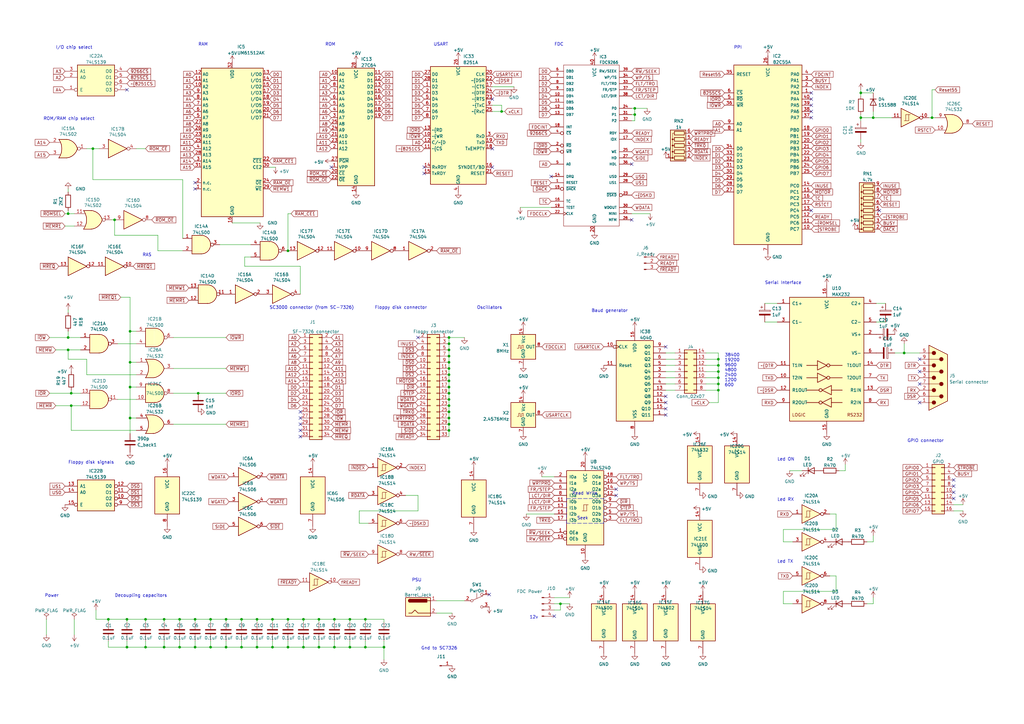
<source format=kicad_sch>
(kicad_sch (version 20211123) (generator eeschema)
  (paper "A3")
  (title_block (title "SF-7017 Interface") (date "2022-07-06") (company "Emulatore SF-7000 per SEGA SC-3000 di Andrea Ottaviani (2022),") (comment 1 " basato sullo schema originale di Patrick Lafarguette (C) (2017)") (comment 2 "64kb RAM - 8 Kb ROM - Interfaccia Seriale e floppy Disk"))
  (lib_symbols
    (symbol "4xxx:4040" (pin_names (offset 1.016))
      (property "Reference" "U" (at -7.62 16.51 0))
      (property "Value" "4040" (at -7.62 -19.05 0))
      (symbol "4040_1_0"
        (pin output line (at 12.7 -15.24 180) (length 5.08) (name "Q11") (number "1"))
        (pin input inverted_clock (at -12.7 12.7 0) (length 5.08) (name "CLK") (number "10"))
        (pin input line (at -12.7 5.08 0) (length 5.08) (name "Reset") (number "11"))
        (pin output line (at 12.7 -7.62 180) (length 5.08) (name "Q8") (number "12"))
        (pin output line (at 12.7 -5.08 180) (length 5.08) (name "Q7") (number "13"))
        (pin output line (at 12.7 -10.16 180) (length 5.08) (name "Q9") (number "14"))
        (pin output line (at 12.7 -12.7 180) (length 5.08) (name "Q10") (number "15"))
        (pin power_in line (at 0 20.32 270) (length 5.08) (name "VDD") (number "16"))
        (pin output line (at 12.7 0 180) (length 5.08) (name "Q5") (number "2"))
        (pin output line (at 12.7 2.54 180) (length 5.08) (name "Q4") (number "3"))
        (pin output line (at 12.7 -2.54 180) (length 5.08) (name "Q6") (number "4"))
        (pin output line (at 12.7 5.08 180) (length 5.08) (name "Q3") (number "5"))
        (pin output line (at 12.7 7.62 180) (length 5.08) (name "Q2") (number "6"))
        (pin output line (at 12.7 10.16 180) (length 5.08) (name "Q1") (number "7"))
        (pin power_in line (at 0 -22.86 90) (length 5.08) (name "VSS") (number "8"))
        (pin output line (at 12.7 12.7 180) (length 5.08) (name "Q0") (number "9"))
      )
    )
    (symbol "74xx:74LS00" (pin_names (offset 1.016))
      (property "Reference" "U" (at 0 1.27 0))
      (property "Value" "74LS00" (at 0 -1.27 0))
      (symbol "74LS00_1_1"
        (pin input line (at -7.62 2.54 0) (length 3.81) (name "~") (number "1"))
        (pin input line (at -7.62 -2.54 0) (length 3.81) (name "~") (number "2"))
        (pin output inverted (at 7.62 0 180) (length 3.81) (name "~") (number "3"))
      )
      (symbol "74LS00_1_2"
        (pin input inverted (at -7.62 2.54 0) (length 4.318) (name "~") (number "1"))
        (pin input inverted (at -7.62 -2.54 0) (length 4.318) (name "~") (number "2"))
        (pin output line (at 7.62 0 180) (length 3.81) (name "~") (number "3"))
      )
      (symbol "74LS00_2_1"
        (pin input line (at -7.62 2.54 0) (length 3.81) (name "~") (number "4"))
        (pin input line (at -7.62 -2.54 0) (length 3.81) (name "~") (number "5"))
        (pin output inverted (at 7.62 0 180) (length 3.81) (name "~") (number "6"))
      )
      (symbol "74LS00_2_2"
        (pin input inverted (at -7.62 2.54 0) (length 4.318) (name "~") (number "4"))
        (pin input inverted (at -7.62 -2.54 0) (length 4.318) (name "~") (number "5"))
        (pin output line (at 7.62 0 180) (length 3.81) (name "~") (number "6"))
      )
      (symbol "74LS00_3_1"
        (pin input line (at -7.62 -2.54 0) (length 3.81) (name "~") (number "10"))
        (pin output inverted (at 7.62 0 180) (length 3.81) (name "~") (number "8"))
        (pin input line (at -7.62 2.54 0) (length 3.81) (name "~") (number "9"))
      )
      (symbol "74LS00_3_2"
        (pin input inverted (at -7.62 -2.54 0) (length 4.318) (name "~") (number "10"))
        (pin output line (at 7.62 0 180) (length 3.81) (name "~") (number "8"))
        (pin input inverted (at -7.62 2.54 0) (length 4.318) (name "~") (number "9"))
      )
      (symbol "74LS00_4_1"
        (pin output inverted (at 7.62 0 180) (length 3.81) (name "~") (number "11"))
        (pin input line (at -7.62 2.54 0) (length 3.81) (name "~") (number "12"))
        (pin input line (at -7.62 -2.54 0) (length 3.81) (name "~") (number "13"))
      )
      (symbol "74LS00_4_2"
        (pin output line (at 7.62 0 180) (length 3.81) (name "~") (number "11"))
        (pin input inverted (at -7.62 2.54 0) (length 4.318) (name "~") (number "12"))
        (pin input inverted (at -7.62 -2.54 0) (length 4.318) (name "~") (number "13"))
      )
      (symbol "74LS00_5_0"
        (pin power_in line (at 0 12.7 270) (length 5.08) (name "VCC") (number "14"))
        (pin power_in line (at 0 -12.7 90) (length 5.08) (name "GND") (number "7"))
      )
    )
    (symbol "74xx:74LS02" (pin_names (offset 1.016))
      (property "Reference" "U" (at 0 1.27 0))
      (property "Value" "74LS02" (at 0 -1.27 0))
      (symbol "74LS02_1_1"
        (pin output inverted (at 7.62 0 180) (length 3.81) (name "~") (number "1"))
        (pin input line (at -7.62 2.54 0) (length 4.318) (name "~") (number "2"))
        (pin input line (at -7.62 -2.54 0) (length 4.318) (name "~") (number "3"))
      )
      (symbol "74LS02_1_2"
        (pin output line (at 7.62 0 180) (length 3.81) (name "~") (number "1"))
        (pin input inverted (at -7.62 2.54 0) (length 3.81) (name "~") (number "2"))
        (pin input inverted (at -7.62 -2.54 0) (length 3.81) (name "~") (number "3"))
      )
      (symbol "74LS02_2_1"
        (pin output inverted (at 7.62 0 180) (length 3.81) (name "~") (number "4"))
        (pin input line (at -7.62 2.54 0) (length 4.318) (name "~") (number "5"))
        (pin input line (at -7.62 -2.54 0) (length 4.318) (name "~") (number "6"))
      )
      (symbol "74LS02_2_2"
        (pin output line (at 7.62 0 180) (length 3.81) (name "~") (number "4"))
        (pin input inverted (at -7.62 2.54 0) (length 3.81) (name "~") (number "5"))
        (pin input inverted (at -7.62 -2.54 0) (length 3.81) (name "~") (number "6"))
      )
      (symbol "74LS02_3_1"
        (pin output inverted (at 7.62 0 180) (length 3.81) (name "~") (number "10"))
        (pin input line (at -7.62 2.54 0) (length 4.318) (name "~") (number "8"))
        (pin input line (at -7.62 -2.54 0) (length 4.318) (name "~") (number "9"))
      )
      (symbol "74LS02_3_2"
        (pin output line (at 7.62 0 180) (length 3.81) (name "~") (number "10"))
        (pin input inverted (at -7.62 2.54 0) (length 3.81) (name "~") (number "8"))
        (pin input inverted (at -7.62 -2.54 0) (length 3.81) (name "~") (number "9"))
      )
      (symbol "74LS02_4_1"
        (pin input line (at -7.62 2.54 0) (length 4.318) (name "~") (number "11"))
        (pin input line (at -7.62 -2.54 0) (length 4.318) (name "~") (number "12"))
        (pin output inverted (at 7.62 0 180) (length 3.81) (name "~") (number "13"))
      )
      (symbol "74LS02_4_2"
        (pin input inverted (at -7.62 2.54 0) (length 3.81) (name "~") (number "11"))
        (pin input inverted (at -7.62 -2.54 0) (length 3.81) (name "~") (number "12"))
        (pin output line (at 7.62 0 180) (length 3.81) (name "~") (number "13"))
      )
      (symbol "74LS02_5_0"
        (pin power_in line (at 0 12.7 270) (length 5.08) (name "VCC") (number "14"))
        (pin power_in line (at 0 -12.7 90) (length 5.08) (name "GND") (number "7"))
      )
    )
    (symbol "74xx:74LS04"
      (property "Reference" "U" (at 0 1.27 0))
      (property "Value" "74LS04" (at 0 -1.27 0))
      (symbol "74LS04_1_0"
        (pin input line (at -7.62 0 0) (length 3.81) (name "~") (number "1"))
        (pin output inverted (at 7.62 0 180) (length 3.81) (name "~") (number "2"))
      )
      (symbol "74LS04_2_0"
        (pin input line (at -7.62 0 0) (length 3.81) (name "~") (number "3"))
        (pin output inverted (at 7.62 0 180) (length 3.81) (name "~") (number "4"))
      )
      (symbol "74LS04_3_0"
        (pin input line (at -7.62 0 0) (length 3.81) (name "~") (number "5"))
        (pin output inverted (at 7.62 0 180) (length 3.81) (name "~") (number "6"))
      )
      (symbol "74LS04_4_0"
        (pin output inverted (at 7.62 0 180) (length 3.81) (name "~") (number "8"))
        (pin input line (at -7.62 0 0) (length 3.81) (name "~") (number "9"))
      )
      (symbol "74LS04_5_0"
        (pin output inverted (at 7.62 0 180) (length 3.81) (name "~") (number "10"))
        (pin input line (at -7.62 0 0) (length 3.81) (name "~") (number "11"))
      )
      (symbol "74LS04_6_0"
        (pin output inverted (at 7.62 0 180) (length 3.81) (name "~") (number "12"))
        (pin input line (at -7.62 0 0) (length 3.81) (name "~") (number "13"))
      )
      (symbol "74LS04_7_0"
        (pin power_in line (at 0 12.7 270) (length 5.08) (name "VCC") (number "14"))
        (pin power_in line (at 0 -12.7 90) (length 5.08) (name "GND") (number "7"))
      )
    )
    (symbol "74xx:74LS06" (pin_names (offset 1.016))
      (property "Reference" "U" (at 0 1.27 0))
      (property "Value" "74LS06" (at 0 -1.27 0))
      (symbol "74LS06_1_0"
        (pin input line (at -7.62 0 0) (length 3.81) (name "~") (number "1"))
        (pin open_collector inverted (at 7.62 0 180) (length 3.81) (name "~") (number "2"))
      )
      (symbol "74LS06_2_0"
        (pin input line (at -7.62 0 0) (length 3.81) (name "~") (number "3"))
        (pin open_collector inverted (at 7.62 0 180) (length 3.81) (name "~") (number "4"))
      )
      (symbol "74LS06_3_0"
        (pin input line (at -7.62 0 0) (length 3.81) (name "~") (number "5"))
        (pin open_collector inverted (at 7.62 0 180) (length 3.81) (name "~") (number "6"))
      )
      (symbol "74LS06_4_0"
        (pin open_collector inverted (at 7.62 0 180) (length 3.81) (name "~") (number "8"))
        (pin input line (at -7.62 0 0) (length 3.81) (name "~") (number "9"))
      )
      (symbol "74LS06_5_0"
        (pin open_collector inverted (at 7.62 0 180) (length 3.81) (name "~") (number "10"))
        (pin input line (at -7.62 0 0) (length 3.81) (name "~") (number "11"))
      )
      (symbol "74LS06_6_0"
        (pin open_collector inverted (at 7.62 0 180) (length 3.81) (name "~") (number "12"))
        (pin input line (at -7.62 0 0) (length 3.81) (name "~") (number "13"))
      )
      (symbol "74LS06_7_0"
        (pin power_in line (at 0 12.7 270) (length 5.08) (name "VCC") (number "14"))
        (pin power_in line (at 0 -12.7 90) (length 5.08) (name "GND") (number "7"))
      )
    )
    (symbol "74xx:74LS139" (pin_names (offset 1.016))
      (property "Reference" "U" (at -7.62 8.89 0))
      (property "Value" "74LS139" (at -7.62 -8.89 0))
      (symbol "74LS139_1_0"
        (pin input inverted (at -12.7 -5.08 0) (length 5.08) (name "E") (number "1"))
        (pin input line (at -12.7 0 0) (length 5.08) (name "A0") (number "2"))
        (pin input line (at -12.7 2.54 0) (length 5.08) (name "A1") (number "3"))
        (pin output inverted (at 12.7 2.54 180) (length 5.08) (name "O0") (number "4"))
        (pin output inverted (at 12.7 0 180) (length 5.08) (name "O1") (number "5"))
        (pin output inverted (at 12.7 -2.54 180) (length 5.08) (name "O2") (number "6"))
        (pin output inverted (at 12.7 -5.08 180) (length 5.08) (name "O3") (number "7"))
      )
      (symbol "74LS139_2_0"
        (pin output inverted (at 12.7 -2.54 180) (length 5.08) (name "O2") (number "10"))
        (pin output inverted (at 12.7 0 180) (length 5.08) (name "O1") (number "11"))
        (pin output inverted (at 12.7 2.54 180) (length 5.08) (name "O0") (number "12"))
        (pin input line (at -12.7 2.54 0) (length 5.08) (name "A1") (number "13"))
        (pin input line (at -12.7 0 0) (length 5.08) (name "A0") (number "14"))
        (pin input inverted (at -12.7 -5.08 0) (length 5.08) (name "E") (number "15"))
        (pin output inverted (at 12.7 -5.08 180) (length 5.08) (name "O3") (number "9"))
      )
      (symbol "74LS139_3_0"
        (pin power_in line (at 0 12.7 270) (length 5.08) (name "VCC") (number "16"))
        (pin power_in line (at 0 -12.7 90) (length 5.08) (name "GND") (number "8"))
      )
    )
    (symbol "74xx:74LS14" (pin_names (offset 1.016))
      (property "Reference" "U" (at 0 1.27 0))
      (property "Value" "74LS14" (at 0 -1.27 0))
      (symbol "74LS14_1_0"
        (pin input line (at -7.62 0 0) (length 3.81) (name "~") (number "1"))
        (pin output inverted (at 7.62 0 180) (length 3.81) (name "~") (number "2"))
      )
      (symbol "74LS14_2_0"
        (pin input line (at -7.62 0 0) (length 3.81) (name "~") (number "3"))
        (pin output inverted (at 7.62 0 180) (length 3.81) (name "~") (number "4"))
      )
      (symbol "74LS14_3_0"
        (pin input line (at -7.62 0 0) (length 3.81) (name "~") (number "5"))
        (pin output inverted (at 7.62 0 180) (length 3.81) (name "~") (number "6"))
      )
      (symbol "74LS14_4_0"
        (pin output inverted (at 7.62 0 180) (length 3.81) (name "~") (number "8"))
        (pin input line (at -7.62 0 0) (length 3.81) (name "~") (number "9"))
      )
      (symbol "74LS14_5_0"
        (pin output inverted (at 7.62 0 180) (length 3.81) (name "~") (number "10"))
        (pin input line (at -7.62 0 0) (length 3.81) (name "~") (number "11"))
      )
      (symbol "74LS14_6_0"
        (pin output inverted (at 7.62 0 180) (length 3.81) (name "~") (number "12"))
        (pin input line (at -7.62 0 0) (length 3.81) (name "~") (number "13"))
      )
      (symbol "74LS14_7_0"
        (pin power_in line (at 0 12.7 270) (length 5.08) (name "VCC") (number "14"))
        (pin power_in line (at 0 -12.7 90) (length 5.08) (name "GND") (number "7"))
      )
    )
    (symbol "74xx:74LS240" (pin_names (offset 1.016))
      (property "Reference" "U" (at -7.62 16.51 0))
      (property "Value" "74LS240" (at -7.62 -16.51 0))
      (symbol "74LS240_1_0"
        (pin input inverted (at -12.7 -10.16 0) (length 5.08) (name "OEa") (number "1"))
        (pin power_in line (at 0 -20.32 90) (length 5.08) (name "GND") (number "10"))
        (pin input line (at -12.7 2.54 0) (length 5.08) (name "I0b") (number "11"))
        (pin tri_state inverted (at 12.7 5.08 180) (length 5.08) (name "O3a") (number "12"))
        (pin input line (at -12.7 0 0) (length 5.08) (name "I1b") (number "13"))
        (pin tri_state inverted (at 12.7 7.62 180) (length 5.08) (name "O2a") (number "14"))
        (pin input line (at -12.7 -2.54 0) (length 5.08) (name "I2b") (number "15"))
        (pin tri_state inverted (at 12.7 10.16 180) (length 5.08) (name "O1a") (number "16"))
        (pin input line (at -12.7 -5.08 0) (length 5.08) (name "I3b") (number "17"))
        (pin tri_state inverted (at 12.7 12.7 180) (length 5.08) (name "O0a") (number "18"))
        (pin input inverted (at -12.7 -12.7 0) (length 5.08) (name "OEb") (number "19"))
        (pin input line (at -12.7 12.7 0) (length 5.08) (name "I0a") (number "2"))
        (pin power_in line (at 0 20.32 270) (length 5.08) (name "VCC") (number "20"))
        (pin tri_state inverted (at 12.7 -5.08 180) (length 5.08) (name "O3b") (number "3"))
        (pin input line (at -12.7 10.16 0) (length 5.08) (name "I1a") (number "4"))
        (pin tri_state inverted (at 12.7 -2.54 180) (length 5.08) (name "O2b") (number "5"))
        (pin input line (at -12.7 7.62 0) (length 5.08) (name "I2a") (number "6"))
        (pin tri_state inverted (at 12.7 0 180) (length 5.08) (name "O1b") (number "7"))
        (pin input line (at -12.7 5.08 0) (length 5.08) (name "I3a") (number "8"))
        (pin tri_state inverted (at 12.7 2.54 180) (length 5.08) (name "O0b") (number "9"))
      )
    )
    (symbol "74xx:74LS32" (pin_names (offset 1.016))
      (property "Reference" "U" (at 0 1.27 0))
      (property "Value" "74LS32" (at 0 -1.27 0))
      (symbol "74LS32_1_1"
        (pin input line (at -7.62 2.54 0) (length 4.318) (name "~") (number "1"))
        (pin input line (at -7.62 -2.54 0) (length 4.318) (name "~") (number "2"))
        (pin output line (at 7.62 0 180) (length 3.81) (name "~") (number "3"))
      )
      (symbol "74LS32_1_2"
        (pin input inverted (at -7.62 2.54 0) (length 3.81) (name "~") (number "1"))
        (pin input inverted (at -7.62 -2.54 0) (length 3.81) (name "~") (number "2"))
        (pin output inverted (at 7.62 0 180) (length 3.81) (name "~") (number "3"))
      )
      (symbol "74LS32_2_1"
        (pin input line (at -7.62 2.54 0) (length 4.318) (name "~") (number "4"))
        (pin input line (at -7.62 -2.54 0) (length 4.318) (name "~") (number "5"))
        (pin output line (at 7.62 0 180) (length 3.81) (name "~") (number "6"))
      )
      (symbol "74LS32_2_2"
        (pin input inverted (at -7.62 2.54 0) (length 3.81) (name "~") (number "4"))
        (pin input inverted (at -7.62 -2.54 0) (length 3.81) (name "~") (number "5"))
        (pin output inverted (at 7.62 0 180) (length 3.81) (name "~") (number "6"))
      )
      (symbol "74LS32_3_1"
        (pin input line (at -7.62 -2.54 0) (length 4.318) (name "~") (number "10"))
        (pin output line (at 7.62 0 180) (length 3.81) (name "~") (number "8"))
        (pin input line (at -7.62 2.54 0) (length 4.318) (name "~") (number "9"))
      )
      (symbol "74LS32_3_2"
        (pin input inverted (at -7.62 -2.54 0) (length 3.81) (name "~") (number "10"))
        (pin output inverted (at 7.62 0 180) (length 3.81) (name "~") (number "8"))
        (pin input inverted (at -7.62 2.54 0) (length 3.81) (name "~") (number "9"))
      )
      (symbol "74LS32_4_1"
        (pin output line (at 7.62 0 180) (length 3.81) (name "~") (number "11"))
        (pin input line (at -7.62 2.54 0) (length 4.318) (name "~") (number "12"))
        (pin input line (at -7.62 -2.54 0) (length 4.318) (name "~") (number "13"))
      )
      (symbol "74LS32_4_2"
        (pin output inverted (at 7.62 0 180) (length 3.81) (name "~") (number "11"))
        (pin input inverted (at -7.62 2.54 0) (length 3.81) (name "~") (number "12"))
        (pin input inverted (at -7.62 -2.54 0) (length 3.81) (name "~") (number "13"))
      )
      (symbol "74LS32_5_0"
        (pin power_in line (at 0 12.7 270) (length 5.08) (name "VCC") (number "14"))
        (pin power_in line (at 0 -12.7 90) (length 5.08) (name "GND") (number "7"))
      )
    )
    (symbol "Connector:Barrel_Jack" (pin_names (offset 1.016))
      (property "Reference" "J" (at 0 5.334 0))
      (property "Value" "Barrel_Jack" (at 0 -5.08 0))
      (symbol "Barrel_Jack_1_1"
        (pin passive line (at 7.62 2.54 180) (length 2.54) (name "~") (number "1"))
        (pin passive line (at 7.62 -2.54 180) (length 2.54) (name "~") (number "2"))
      )
    )
    (symbol "Connector:Conn_01x01_Male" (pin_names (offset 1.016) hide)
      (property "Reference" "J" (at 0 2.54 0))
      (property "Value" "Conn_01x01_Male" (at 0 -2.54 0))
      (symbol "Conn_01x01_Male_1_1"
        (pin passive line (at 5.08 0 180) (length 3.81) (name "Pin_1") (number "1"))
      )
    )
    (symbol "Connector:Conn_01x03_Male" (pin_names (offset 1.016) hide)
      (property "Reference" "J" (at 0 5.08 0))
      (property "Value" "Conn_01x03_Male" (at 0 -5.08 0))
      (symbol "Conn_01x03_Male_1_1"
        (pin passive line (at 5.08 2.54 180) (length 3.81) (name "Pin_1") (number "1"))
        (pin passive line (at 5.08 0 180) (length 3.81) (name "Pin_2") (number "2"))
        (pin passive line (at 5.08 -2.54 180) (length 3.81) (name "Pin_3") (number "3"))
      )
    )
    (symbol "Connector:Conn_01x04_Male" (pin_names (offset 1.016) hide)
      (property "Reference" "J" (at 0 5.08 0))
      (property "Value" "Conn_01x04_Male" (at 0 -7.62 0))
      (symbol "Conn_01x04_Male_1_1"
        (pin passive line (at 5.08 2.54 180) (length 3.81) (name "Pin_1") (number "1"))
        (pin passive line (at 5.08 0 180) (length 3.81) (name "Pin_2") (number "2"))
        (pin passive line (at 5.08 -2.54 180) (length 3.81) (name "Pin_3") (number "3"))
        (pin passive line (at 5.08 -5.08 180) (length 3.81) (name "Pin_4") (number "4"))
      )
    )
    (symbol "Connector:DB9_Male" (pin_names (offset 1.016) hide)
      (property "Reference" "J" (at 0 13.97 0))
      (property "Value" "DB9_Male" (at 0 -14.605 0))
      (symbol "DB9_Male_1_1"
        (pin passive line (at -7.62 -10.16 0) (length 3.81) (name "1") (number "1"))
        (pin passive line (at -7.62 -5.08 0) (length 3.81) (name "2") (number "2"))
        (pin passive line (at -7.62 0 0) (length 3.81) (name "3") (number "3"))
        (pin passive line (at -7.62 5.08 0) (length 3.81) (name "4") (number "4"))
        (pin passive line (at -7.62 10.16 0) (length 3.81) (name "5") (number "5"))
        (pin passive line (at -7.62 -7.62 0) (length 3.81) (name "6") (number "6"))
        (pin passive line (at -7.62 -2.54 0) (length 3.81) (name "7") (number "7"))
        (pin passive line (at -7.62 2.54 0) (length 3.81) (name "8") (number "8"))
        (pin passive line (at -7.62 7.62 0) (length 3.81) (name "9") (number "9"))
      )
    )
    (symbol "Connector_Generic:Conn_02x07_Counter_Clockwise" (pin_names (offset 1.016) hide)
      (property "Reference" "J" (at 1.27 10.16 0))
      (property "Value" "Conn_02x07_Counter_Clockwise" (at 1.27 -10.16 0))
      (symbol "Conn_02x07_Counter_Clockwise_1_1"
        (pin passive line (at -5.08 7.62 0) (length 3.81) (name "Pin_1") (number "1"))
        (pin passive line (at 7.62 -2.54 180) (length 3.81) (name "Pin_10") (number "10"))
        (pin passive line (at 7.62 0 180) (length 3.81) (name "Pin_11") (number "11"))
        (pin passive line (at 7.62 2.54 180) (length 3.81) (name "Pin_12") (number "12"))
        (pin passive line (at 7.62 5.08 180) (length 3.81) (name "Pin_13") (number "13"))
        (pin passive line (at 7.62 7.62 180) (length 3.81) (name "Pin_14") (number "14"))
        (pin passive line (at -5.08 5.08 0) (length 3.81) (name "Pin_2") (number "2"))
        (pin passive line (at -5.08 2.54 0) (length 3.81) (name "Pin_3") (number "3"))
        (pin passive line (at -5.08 0 0) (length 3.81) (name "Pin_4") (number "4"))
        (pin passive line (at -5.08 -2.54 0) (length 3.81) (name "Pin_5") (number "5"))
        (pin passive line (at -5.08 -5.08 0) (length 3.81) (name "Pin_6") (number "6"))
        (pin passive line (at -5.08 -7.62 0) (length 3.81) (name "Pin_7") (number "7"))
        (pin passive line (at 7.62 -7.62 180) (length 3.81) (name "Pin_8") (number "8"))
        (pin passive line (at 7.62 -5.08 180) (length 3.81) (name "Pin_9") (number "9"))
      )
    )
    (symbol "Connector_Generic:Conn_02x08_Odd_Even" (pin_names (offset 1.016) hide)
      (property "Reference" "J" (at 1.27 10.16 0))
      (property "Value" "Conn_02x08_Odd_Even" (at 1.27 -12.7 0))
      (symbol "Conn_02x08_Odd_Even_1_1"
        (pin passive line (at -5.08 7.62 0) (length 3.81) (name "Pin_1") (number "1"))
        (pin passive line (at 7.62 -2.54 180) (length 3.81) (name "Pin_10") (number "10"))
        (pin passive line (at -5.08 -5.08 0) (length 3.81) (name "Pin_11") (number "11"))
        (pin passive line (at 7.62 -5.08 180) (length 3.81) (name "Pin_12") (number "12"))
        (pin passive line (at -5.08 -7.62 0) (length 3.81) (name "Pin_13") (number "13"))
        (pin passive line (at 7.62 -7.62 180) (length 3.81) (name "Pin_14") (number "14"))
        (pin passive line (at -5.08 -10.16 0) (length 3.81) (name "Pin_15") (number "15"))
        (pin passive line (at 7.62 -10.16 180) (length 3.81) (name "Pin_16") (number "16"))
        (pin passive line (at 7.62 7.62 180) (length 3.81) (name "Pin_2") (number "2"))
        (pin passive line (at -5.08 5.08 0) (length 3.81) (name "Pin_3") (number "3"))
        (pin passive line (at 7.62 5.08 180) (length 3.81) (name "Pin_4") (number "4"))
        (pin passive line (at -5.08 2.54 0) (length 3.81) (name "Pin_5") (number "5"))
        (pin passive line (at 7.62 2.54 180) (length 3.81) (name "Pin_6") (number "6"))
        (pin passive line (at -5.08 0 0) (length 3.81) (name "Pin_7") (number "7"))
        (pin passive line (at 7.62 0 180) (length 3.81) (name "Pin_8") (number "8"))
        (pin passive line (at -5.08 -2.54 0) (length 3.81) (name "Pin_9") (number "9"))
      )
    )
    (symbol "Connector_Generic:Conn_02x17_Odd_Even" (pin_names (offset 1.016) hide)
      (property "Reference" "J" (at 1.27 22.86 0))
      (property "Value" "Conn_02x17_Odd_Even" (at 1.27 -22.86 0))
      (symbol "Conn_02x17_Odd_Even_1_1"
        (pin passive line (at -5.08 20.32 0) (length 3.81) (name "Pin_1") (number "1"))
        (pin passive line (at 7.62 10.16 180) (length 3.81) (name "Pin_10") (number "10"))
        (pin passive line (at -5.08 7.62 0) (length 3.81) (name "Pin_11") (number "11"))
        (pin passive line (at 7.62 7.62 180) (length 3.81) (name "Pin_12") (number "12"))
        (pin passive line (at -5.08 5.08 0) (length 3.81) (name "Pin_13") (number "13"))
        (pin passive line (at 7.62 5.08 180) (length 3.81) (name "Pin_14") (number "14"))
        (pin passive line (at -5.08 2.54 0) (length 3.81) (name "Pin_15") (number "15"))
        (pin passive line (at 7.62 2.54 180) (length 3.81) (name "Pin_16") (number "16"))
        (pin passive line (at -5.08 0 0) (length 3.81) (name "Pin_17") (number "17"))
        (pin passive line (at 7.62 0 180) (length 3.81) (name "Pin_18") (number "18"))
        (pin passive line (at -5.08 -2.54 0) (length 3.81) (name "Pin_19") (number "19"))
        (pin passive line (at 7.62 20.32 180) (length 3.81) (name "Pin_2") (number "2"))
        (pin passive line (at 7.62 -2.54 180) (length 3.81) (name "Pin_20") (number "20"))
        (pin passive line (at -5.08 -5.08 0) (length 3.81) (name "Pin_21") (number "21"))
        (pin passive line (at 7.62 -5.08 180) (length 3.81) (name "Pin_22") (number "22"))
        (pin passive line (at -5.08 -7.62 0) (length 3.81) (name "Pin_23") (number "23"))
        (pin passive line (at 7.62 -7.62 180) (length 3.81) (name "Pin_24") (number "24"))
        (pin passive line (at -5.08 -10.16 0) (length 3.81) (name "Pin_25") (number "25"))
        (pin passive line (at 7.62 -10.16 180) (length 3.81) (name "Pin_26") (number "26"))
        (pin passive line (at -5.08 -12.7 0) (length 3.81) (name "Pin_27") (number "27"))
        (pin passive line (at 7.62 -12.7 180) (length 3.81) (name "Pin_28") (number "28"))
        (pin passive line (at -5.08 -15.24 0) (length 3.81) (name "Pin_29") (number "29"))
        (pin passive line (at -5.08 17.78 0) (length 3.81) (name "Pin_3") (number "3"))
        (pin passive line (at 7.62 -15.24 180) (length 3.81) (name "Pin_30") (number "30"))
        (pin passive line (at -5.08 -17.78 0) (length 3.81) (name "Pin_31") (number "31"))
        (pin passive line (at 7.62 -17.78 180) (length 3.81) (name "Pin_32") (number "32"))
        (pin passive line (at -5.08 -20.32 0) (length 3.81) (name "Pin_33") (number "33"))
        (pin passive line (at 7.62 -20.32 180) (length 3.81) (name "Pin_34") (number "34"))
        (pin passive line (at 7.62 17.78 180) (length 3.81) (name "Pin_4") (number "4"))
        (pin passive line (at -5.08 15.24 0) (length 3.81) (name "Pin_5") (number "5"))
        (pin passive line (at 7.62 15.24 180) (length 3.81) (name "Pin_6") (number "6"))
        (pin passive line (at -5.08 12.7 0) (length 3.81) (name "Pin_7") (number "7"))
        (pin passive line (at 7.62 12.7 180) (length 3.81) (name "Pin_8") (number "8"))
        (pin passive line (at -5.08 10.16 0) (length 3.81) (name "Pin_9") (number "9"))
      )
    )
    (symbol "Device:C" (pin_numbers hide) (pin_names (offset 0.254))
      (property "Reference" "C" (at 0.635 2.54 0))
      (property "Value" "C" (at 0.635 -2.54 0))
      (symbol "C_1_1"
        (pin passive line (at 0 3.81 270) (length 2.794) (name "~") (number "1"))
        (pin passive line (at 0 -3.81 90) (length 2.794) (name "~") (number "2"))
      )
    )
    (symbol "Device:C_Polarized" (pin_numbers hide) (pin_names (offset 0.254))
      (property "Reference" "C" (at 0.635 2.54 0))
      (property "Value" "C_Polarized" (at 0.635 -2.54 0))
      (symbol "C_Polarized_1_1"
        (pin passive line (at 0 3.81 270) (length 2.794) (name "~") (number "1"))
        (pin passive line (at 0 -3.81 90) (length 2.794) (name "~") (number "2"))
      )
    )
    (symbol "Device:D" (pin_numbers hide) (pin_names (offset 1.016) hide)
      (property "Reference" "D" (at 0 2.54 0))
      (property "Value" "D" (at 0 -2.54 0))
      (symbol "D_1_1"
        (pin passive line (at -3.81 0 0) (length 2.54) (name "K") (number "1"))
        (pin passive line (at 3.81 0 180) (length 2.54) (name "A") (number "2"))
      )
    )
    (symbol "Device:LED" (pin_numbers hide) (pin_names (offset 1.016) hide)
      (property "Reference" "D" (at 0 2.54 0))
      (property "Value" "LED" (at 0 -2.54 0))
      (symbol "LED_1_1"
        (pin passive line (at -3.81 0 0) (length 2.54) (name "K") (number "1"))
        (pin passive line (at 3.81 0 180) (length 2.54) (name "A") (number "2"))
      )
    )
    (symbol "Device:R" (pin_numbers hide) (pin_names (offset 0))
      (property "Reference" "R" (at 2.032 0 90))
      (property "Value" "R" (at 0 0 90))
      (symbol "R_1_1"
        (pin passive line (at 0 3.81 270) (length 1.27) (name "~") (number "1"))
        (pin passive line (at 0 -3.81 90) (length 1.27) (name "~") (number "2"))
      )
    )
    (symbol "Device:R_Network05" (pin_names (offset 0) hide)
      (property "Reference" "RN" (at -7.62 0 90))
      (property "Value" "R_Network05" (at 7.62 0 90))
      (symbol "R_Network05_1_1"
        (pin passive line (at -5.08 5.08 270) (length 2.54) (name "common") (number "1"))
        (pin passive line (at -5.08 -5.08 90) (length 1.27) (name "R1") (number "2"))
        (pin passive line (at -2.54 -5.08 90) (length 1.27) (name "R2") (number "3"))
        (pin passive line (at 0 -5.08 90) (length 1.27) (name "R3") (number "4"))
        (pin passive line (at 2.54 -5.08 90) (length 1.27) (name "R4") (number "5"))
        (pin passive line (at 5.08 -5.08 90) (length 1.27) (name "R5") (number "6"))
      )
    )
    (symbol "Device:R_Network08" (pin_names (offset 0) hide)
      (property "Reference" "RN" (at -12.7 0 90))
      (property "Value" "R_Network08" (at 10.16 0 90))
      (symbol "R_Network08_1_1"
        (pin passive line (at -10.16 5.08 270) (length 2.54) (name "common") (number "1"))
        (pin passive line (at -10.16 -5.08 90) (length 1.27) (name "R1") (number "2"))
        (pin passive line (at -7.62 -5.08 90) (length 1.27) (name "R2") (number "3"))
        (pin passive line (at -5.08 -5.08 90) (length 1.27) (name "R3") (number "4"))
        (pin passive line (at -2.54 -5.08 90) (length 1.27) (name "R4") (number "5"))
        (pin passive line (at 0 -5.08 90) (length 1.27) (name "R5") (number "6"))
        (pin passive line (at 2.54 -5.08 90) (length 1.27) (name "R6") (number "7"))
        (pin passive line (at 5.08 -5.08 90) (length 1.27) (name "R7") (number "8"))
        (pin passive line (at 7.62 -5.08 90) (length 1.27) (name "R8") (number "9"))
      )
    )
    (symbol "FDC9266_1" (pin_names (offset 1.016))
      (property "Reference" "U" (at -12.7 31.75 0))
      (property "Value" "FDC9266_1" (at -12.7 -38.1 0))
      (symbol "FDC9266_1_1_1"
        (pin input line (at -17.78 -17.78 0) (length 5.08) (name "RESET") (number "1"))
        (pin bidirectional line (at -17.78 17.78 0) (length 5.08) (name "DB4") (number "10"))
        (pin bidirectional line (at -17.78 15.24 0) (length 5.08) (name "DB5") (number "11"))
        (pin bidirectional line (at -17.78 12.7 0) (length 5.08) (name "DB6") (number "12"))
        (pin bidirectional line (at -17.78 10.16 0) (length 5.08) (name "DB7") (number "13"))
        (pin input line (at -17.78 -15.24 0) (length 5.08) (name "DRQ") (number "14"))
        (pin output inverted (at -17.78 -20.32 0) (length 5.08) (name "~{DACK}") (number "15"))
        (pin input line (at -17.78 -25.4 0) (length 5.08) (name "TC") (number "16"))
        (pin input line (at 15.24 0 180) (length 5.08) (name "IDX") (number "17"))
        (pin input line (at -17.78 5.08 0) (length 5.08) (name "INT") (number "18"))
        (pin input line (at -17.78 -27.94 0) (length 5.08) (name "TEST") (number "19"))
        (pin input inverted (at -17.78 -2.54 0) (length 5.08) (name "~{RD}") (number "2"))
        (pin input line (at 0 -38.1 90) (length 2.54) (name "GND") (number "20"))
        (pin input line (at 15.24 -30.48 180) (length 5.08) (name "MINI") (number "21"))
        (pin input clock (at -17.78 -30.48 0) (length 5.08) (name "CLK") (number "22"))
        (pin input inverted (at 15.24 -22.86 180) (length 5.08) (name "~{DSKD}") (number "23"))
        (pin tri_state line (at 15.24 12.7 180) (length 5.08) (name "P0") (number "24"))
        (pin output line (at 15.24 -5.08 180) (length 5.08) (name "WE") (number "25"))
        (pin output line (at 15.24 -33.02 180) (length 5.08) (name "MFM") (number "26"))
        (pin output line (at 15.24 -7.62 180) (length 5.08) (name "HD") (number "27"))
        (pin output line (at 15.24 -17.78 180) (length 5.08) (name "US1") (number "28"))
        (pin output line (at 15.24 -15.24 180) (length 5.08) (name "US0") (number "29"))
        (pin input inverted (at -17.78 -5.08 0) (length 5.08) (name "~{WR}") (number "3"))
        (pin output line (at 15.24 -27.94 180) (length 5.08) (name "WDOUT") (number "30"))
        (pin tri_state line (at 15.24 10.16 180) (length 5.08) (name "P1") (number "31"))
        (pin tri_state line (at 15.24 7.62 180) (length 5.08) (name "P2") (number "32"))
        (pin input line (at 15.24 22.86 180) (length 5.08) (name "FLT/TR0") (number "33"))
        (pin input line (at 15.24 25.4 180) (length 5.08) (name "WP/TS") (number "34"))
        (pin input line (at 15.24 2.54 180) (length 5.08) (name "RDY") (number "35"))
        (pin output line (at 15.24 -10.16 180) (length 5.08) (name "HDL") (number "36"))
        (pin tri_state line (at 15.24 20.32 180) (length 5.08) (name "FR/STP") (number "37"))
        (pin tri_state line (at 15.24 17.78 180) (length 5.08) (name "LCT/DIR") (number "38"))
        (pin tri_state line (at 15.24 27.94 180) (length 5.08) (name "RW/SEEK") (number "39"))
        (pin input inverted (at -17.78 2.54 0) (length 5.08) (name "~{CS}") (number "4"))
        (pin input line (at 0 33.02 270) (length 2.54) (name "VCC") (number "40"))
        (pin input line (at -17.78 -10.16 0) (length 5.08) (name "A0") (number "5"))
        (pin bidirectional line (at -17.78 27.94 0) (length 5.08) (name "DB0") (number "6"))
        (pin bidirectional line (at -17.78 25.4 0) (length 5.08) (name "DB1") (number "7"))
        (pin bidirectional line (at -17.78 22.86 0) (length 5.08) (name "DB2") (number "8"))
        (pin bidirectional line (at -17.78 20.32 0) (length 5.08) (name "DB3") (number "9"))
      )
    )
    (symbol "Interface:82C55A" (pin_names (offset 1.016))
      (property "Reference" "U" (at -13.97 38.1 0))
      (property "Value" "82C55A" (at 8.89 38.1 0))
      (symbol "82C55A_1_1"
        (pin bidirectional line (at 17.78 25.4 180) (length 3.81) (name "PA3") (number "1"))
        (pin bidirectional line (at 17.78 -30.48 180) (length 3.81) (name "PC7") (number "10"))
        (pin bidirectional line (at 17.78 -27.94 180) (length 3.81) (name "PC6") (number "11"))
        (pin bidirectional line (at 17.78 -25.4 180) (length 3.81) (name "PC5") (number "12"))
        (pin bidirectional line (at 17.78 -22.86 180) (length 3.81) (name "PC4") (number "13"))
        (pin bidirectional line (at 17.78 -12.7 180) (length 3.81) (name "PC0") (number "14"))
        (pin bidirectional line (at 17.78 -15.24 180) (length 3.81) (name "PC1") (number "15"))
        (pin bidirectional line (at 17.78 -17.78 180) (length 3.81) (name "PC2") (number "16"))
        (pin bidirectional line (at 17.78 -20.32 180) (length 3.81) (name "PC3") (number "17"))
        (pin bidirectional line (at 17.78 10.16 180) (length 3.81) (name "PB0") (number "18"))
        (pin bidirectional line (at 17.78 7.62 180) (length 3.81) (name "PB1") (number "19"))
        (pin bidirectional line (at 17.78 27.94 180) (length 3.81) (name "PA2") (number "2"))
        (pin bidirectional line (at 17.78 5.08 180) (length 3.81) (name "PB2") (number "20"))
        (pin bidirectional line (at 17.78 2.54 180) (length 3.81) (name "PB3") (number "21"))
        (pin bidirectional line (at 17.78 0 180) (length 3.81) (name "PB4") (number "22"))
        (pin bidirectional line (at 17.78 -2.54 180) (length 3.81) (name "PB5") (number "23"))
        (pin bidirectional line (at 17.78 -5.08 180) (length 3.81) (name "PB6") (number "24"))
        (pin bidirectional line (at 17.78 -7.62 180) (length 3.81) (name "PB7") (number "25"))
        (pin power_in line (at 0 40.64 270) (length 3.81) (name "VCC") (number "26"))
        (pin bidirectional line (at -17.78 -15.24 0) (length 3.81) (name "D7") (number "27"))
        (pin bidirectional line (at -17.78 -12.7 0) (length 3.81) (name "D6") (number "28"))
        (pin bidirectional line (at -17.78 -10.16 0) (length 3.81) (name "D5") (number "29"))
        (pin bidirectional line (at 17.78 30.48 180) (length 3.81) (name "PA1") (number "3"))
        (pin bidirectional line (at -17.78 -7.62 0) (length 3.81) (name "D4") (number "30"))
        (pin bidirectional line (at -17.78 -5.08 0) (length 3.81) (name "D3") (number "31"))
        (pin bidirectional line (at -17.78 -2.54 0) (length 3.81) (name "D2") (number "32"))
        (pin bidirectional line (at -17.78 0 0) (length 3.81) (name "D1") (number "33"))
        (pin bidirectional line (at -17.78 2.54 0) (length 3.81) (name "D0") (number "34"))
        (pin input line (at -17.78 33.02 0) (length 3.81) (name "RESET") (number "35"))
        (pin input line (at -17.78 20.32 0) (length 3.81) (name "~{WR}") (number "36"))
        (pin bidirectional line (at 17.78 15.24 180) (length 3.81) (name "PA7") (number "37"))
        (pin bidirectional line (at 17.78 17.78 180) (length 3.81) (name "PA6") (number "38"))
        (pin bidirectional line (at 17.78 20.32 180) (length 3.81) (name "PA5") (number "39"))
        (pin bidirectional line (at 17.78 33.02 180) (length 3.81) (name "PA0") (number "4"))
        (pin bidirectional line (at 17.78 22.86 180) (length 3.81) (name "PA4") (number "40"))
        (pin input line (at -17.78 22.86 0) (length 3.81) (name "~{RD}") (number "5"))
        (pin input line (at -17.78 25.4 0) (length 3.81) (name "~{CS}") (number "6"))
        (pin power_in line (at 0 -40.64 90) (length 3.81) (name "GND") (number "7"))
        (pin input line (at -17.78 10.16 0) (length 3.81) (name "A1") (number "8"))
        (pin input line (at -17.78 12.7 0) (length 3.81) (name "A0") (number "9"))
      )
    )
    (symbol "Interface_UART:MAX232" (pin_names (offset 1.016))
      (property "Reference" "U" (at -2.54 28.575 0))
      (property "Value" "MAX232" (at -2.54 26.67 0))
      (symbol "MAX232_0_0"
        (text "LOGIC" (at -11.43 -22.86 0) (effects (font (size 1.27 1.27))))
        (text "RS232" (at 11.43 -22.86 0) (effects (font (size 1.27 1.27))))
      )
      (symbol "MAX232_1_1"
        (pin passive line (at -20.32 22.86 0) (length 5.08) (name "C1+") (number "1"))
        (pin input line (at -20.32 -7.62 0) (length 5.08) (name "T2IN") (number "10"))
        (pin input line (at -20.32 -2.54 0) (length 5.08) (name "T1IN") (number "11"))
        (pin output line (at -20.32 -12.7 0) (length 5.08) (name "R1OUT") (number "12"))
        (pin input line (at 20.32 -12.7 180) (length 5.08) (name "R1IN") (number "13"))
        (pin output line (at 20.32 -2.54 180) (length 5.08) (name "T1OUT") (number "14"))
        (pin power_in line (at 0 -30.48 90) (length 5.08) (name "GND") (number "15"))
        (pin power_in line (at 0 30.48 270) (length 5.08) (name "VCC") (number "16"))
        (pin power_out line (at 20.32 10.16 180) (length 5.08) (name "VS+") (number "2"))
        (pin passive line (at -20.32 15.24 0) (length 5.08) (name "C1-") (number "3"))
        (pin passive line (at 20.32 22.86 180) (length 5.08) (name "C2+") (number "4"))
        (pin passive line (at 20.32 15.24 180) (length 5.08) (name "C2-") (number "5"))
        (pin power_out line (at 20.32 2.54 180) (length 5.08) (name "VS-") (number "6"))
        (pin output line (at 20.32 -7.62 180) (length 5.08) (name "T2OUT") (number "7"))
        (pin input line (at 20.32 -17.78 180) (length 5.08) (name "R2IN") (number "8"))
        (pin output line (at -20.32 -17.78 0) (length 5.08) (name "R2OUT") (number "9"))
      )
    )
    (symbol "Memory_EPROM:27C64"
      (property "Reference" "U" (at -7.62 24.13 0))
      (property "Value" "27C64" (at 2.54 -26.67 0))
      (symbol "27C64_1_1"
        (pin input line (at -10.16 -17.78 0) (length 2.54) (name "VPP") (number "1"))
        (pin input line (at -10.16 20.32 0) (length 2.54) (name "A0") (number "10"))
        (pin tri_state line (at 10.16 20.32 180) (length 2.54) (name "D0") (number "11"))
        (pin tri_state line (at 10.16 17.78 180) (length 2.54) (name "D1") (number "12"))
        (pin tri_state line (at 10.16 15.24 180) (length 2.54) (name "D2") (number "13"))
        (pin power_in line (at 0 -27.94 90) (length 2.54) (name "GND") (number "14"))
        (pin tri_state line (at 10.16 12.7 180) (length 2.54) (name "D3") (number "15"))
        (pin tri_state line (at 10.16 10.16 180) (length 2.54) (name "D4") (number "16"))
        (pin tri_state line (at 10.16 7.62 180) (length 2.54) (name "D5") (number "17"))
        (pin tri_state line (at 10.16 5.08 180) (length 2.54) (name "D6") (number "18"))
        (pin tri_state line (at 10.16 2.54 180) (length 2.54) (name "D7") (number "19"))
        (pin input line (at -10.16 -10.16 0) (length 2.54) (name "A12") (number "2"))
        (pin input line (at -10.16 -20.32 0) (length 2.54) (name "~{CE}") (number "20"))
        (pin input line (at -10.16 -5.08 0) (length 2.54) (name "A10") (number "21"))
        (pin input line (at -10.16 -22.86 0) (length 2.54) (name "~{OE}") (number "22"))
        (pin input line (at -10.16 -7.62 0) (length 2.54) (name "A11") (number "23"))
        (pin input line (at -10.16 -2.54 0) (length 2.54) (name "A9") (number "24"))
        (pin input line (at -10.16 0 0) (length 2.54) (name "A8") (number "25"))
        (pin no_connect line (at 7.62 0 180) (length 2.54) hide (name "NC") (number "26"))
        (pin input line (at -10.16 -15.24 0) (length 2.54) (name "~{PGM}") (number "27"))
        (pin power_in line (at 0 25.4 270) (length 2.54) (name "VCC") (number "28"))
        (pin input line (at -10.16 2.54 0) (length 2.54) (name "A7") (number "3"))
        (pin input line (at -10.16 5.08 0) (length 2.54) (name "A6") (number "4"))
        (pin input line (at -10.16 7.62 0) (length 2.54) (name "A5") (number "5"))
        (pin input line (at -10.16 10.16 0) (length 2.54) (name "A4") (number "6"))
        (pin input line (at -10.16 12.7 0) (length 2.54) (name "A3") (number "7"))
        (pin input line (at -10.16 15.24 0) (length 2.54) (name "A2") (number "8"))
        (pin input line (at -10.16 17.78 0) (length 2.54) (name "A1") (number "9"))
      )
    )
    (symbol "Memory_EPROM:UM61512AK"
      (property "Reference" "U" (at -10.16 31.75 0))
      (property "Value" "UM61512AK" (at 12.7 31.75 0))
      (property "Spice_Primitive" "I" (at -10.16 31.75 0))
      (property "Spice_Netlist_Enabled" "Y" (at -10.16 31.75 0))
      (symbol "UM61512AK_1_1"
        (pin input line (at -15.24 -19.05 0) (length 2.54) (name "n.c.") (number "1"))
        (pin input line (at -15.24 22.86 0) (length 2.54) (name "A2") (number "10"))
        (pin input line (at -15.24 25.4 0) (length 2.54) (name "A1") (number "11"))
        (pin input line (at -15.24 27.94 0) (length 2.54) (name "A0") (number "12"))
        (pin bidirectional line (at 15.24 27.94 180) (length 2.54) (name "I/O0") (number "13"))
        (pin bidirectional line (at 15.24 25.4 180) (length 2.54) (name "I/O1") (number "14"))
        (pin bidirectional line (at 15.24 22.86 180) (length 2.54) (name "I/O2") (number "15"))
        (pin power_in line (at 0 -33.02 90) (length 2.54) (name "GND") (number "16"))
        (pin bidirectional line (at 15.24 20.32 180) (length 2.54) (name "I/O3") (number "17"))
        (pin bidirectional line (at 15.24 17.78 180) (length 2.54) (name "I/O4") (number "18"))
        (pin bidirectional line (at 15.24 15.24 180) (length 2.54) (name "I/O5") (number "19"))
        (pin input line (at -15.24 -16.51 0) (length 2.54) (name "n.c.") (number "2"))
        (pin bidirectional line (at 15.24 12.7 180) (length 2.54) (name "I/O6") (number "20"))
        (pin bidirectional line (at 15.24 10.16 180) (length 2.54) (name "I/O7") (number "21"))
        (pin input line (at 15.24 -7.62 180) (length 2.54) (name "~{CE1}") (number "22"))
        (pin input line (at -15.24 2.54 0) (length 2.54) (name "A10") (number "23"))
        (pin input line (at 15.24 -16.51 180) (length 2.54) (name "~{OE}") (number "24"))
        (pin input line (at -15.24 0 0) (length 2.54) (name "A11") (number "25"))
        (pin input line (at -15.24 5.08 0) (length 2.54) (name "A9") (number "26"))
        (pin input line (at -15.24 7.62 0) (length 2.54) (name "A8") (number "27"))
        (pin input line (at -15.24 -5.08 0) (length 2.54) (name "A13") (number "28"))
        (pin input line (at 15.24 -19.05 180) (length 2.54) (name "~{WE}") (number "29"))
        (pin input line (at -15.24 -7.62 0) (length 2.54) (name "A14") (number "3"))
        (pin input line (at 15.24 -10.16 180) (length 2.54) (name "CE2") (number "30"))
        (pin input line (at -15.24 -10.16 0) (length 2.54) (name "A15") (number "31"))
        (pin power_in line (at 0 33.02 270) (length 2.54) (name "VDD") (number "32"))
        (pin input line (at -15.24 -2.54 0) (length 2.54) (name "A12") (number "4"))
        (pin input line (at -15.24 10.16 0) (length 2.54) (name "A7") (number "5"))
        (pin input line (at -15.24 12.7 0) (length 2.54) (name "A6") (number "6"))
        (pin input line (at -15.24 15.24 0) (length 2.54) (name "A5") (number "7"))
        (pin input line (at -15.24 17.78 0) (length 2.54) (name "A4") (number "8"))
        (pin input line (at -15.24 20.32 0) (length 2.54) (name "A3") (number "9"))
      )
    )
    (symbol "Oscillator:ACO-xxxMHz" (pin_names (offset 0.254))
      (property "Reference" "X" (at -5.08 6.35 0))
      (property "Value" "ACO-xxxMHz" (at 1.27 -6.35 0))
      (symbol "ACO-xxxMHz_1_1"
        (pin no_connect line (at -7.62 0 0) (length 2.54) hide (name "NC") (number "1"))
        (pin power_in line (at 0 7.62 270) (length 2.54) (name "Vcc") (number "14"))
        (pin power_in line (at 0 -7.62 90) (length 2.54) (name "GND") (number "7"))
        (pin output line (at 7.62 0 180) (length 2.54) (name "OUT") (number "8"))
      )
    )
    (symbol "SC3000:8251A"
      (property "Reference" "U" (at -0.635 13.97 0))
      (property "Value" "8251A" (at 0 12.065 0))
      (symbol "8251A_1_1"
        (pin input line (at -13.97 -5.08 0) (length 2.54) (name "D2") (number "1"))
        (pin input line (at -13.97 -25.4 0) (length 2.54) (name "~{WR") (number "10"))
        (pin input line (at -13.97 -30.48 0) (length 2.54) (name "~{CS") (number "11"))
        (pin input line (at -13.97 -27.94 0) (length 2.54) (name "C/~{D") (number "12"))
        (pin input line (at -13.97 -22.86 0) (length 2.54) (name "~{RD") (number "13"))
        (pin input line (at -13.97 -38.1 0) (length 2.54) (name "RxRDY") (number "14"))
        (pin input line (at -13.97 -40.64 0) (length 2.54) (name "TxRDY") (number "15"))
        (pin input line (at 13.97 -38.1 180) (length 2.54) (name "SYNDET/BD") (number "16"))
        (pin input line (at 13.97 -5.08 180) (length 2.54) (name "~{CTS") (number "17"))
        (pin input line (at 13.97 -30.48 180) (length 2.54) (name "TxEMPTY") (number "18"))
        (pin input line (at 13.97 -27.94 180) (length 2.54) (name "TxD") (number "19"))
        (pin input line (at -13.97 -7.62 0) (length 2.54) (name "D3") (number "2"))
        (pin input line (at 13.97 0 180) (length 2.54) (name "CLK") (number "20"))
        (pin input line (at 13.97 -40.64 180) (length 2.54) (name "RESET") (number "21"))
        (pin input line (at 13.97 -2.54 180) (length 2.54) (name "~{DSR") (number "22"))
        (pin input line (at 13.97 -10.16 180) (length 2.54) (name "~{RTS") (number "23"))
        (pin input line (at 13.97 -7.62 180) (length 2.54) (name "~{DTR") (number "24"))
        (pin input line (at 13.97 -15.24 180) (length 2.54) (name "~{RxC") (number "25"))
        (pin input line (at 0 6.35 270) (length 2.54) (name "VCC") (number "26"))
        (pin input line (at -13.97 0 0) (length 2.54) (name "D0") (number "27"))
        (pin input line (at -13.97 -2.54 0) (length 2.54) (name "D1") (number "28"))
        (pin input line (at 13.97 -25.4 180) (length 2.54) (name "RxD") (number "3"))
        (pin input line (at 0 -48.26 90) (length 2.54) (name "GND") (number "4"))
        (pin input line (at -13.97 -10.16 0) (length 2.54) (name "D4") (number "5"))
        (pin input line (at -13.97 -12.7 0) (length 2.54) (name "D5") (number "6"))
        (pin input line (at -13.97 -15.24 0) (length 2.54) (name "D6") (number "7"))
        (pin input line (at -13.97 -17.78 0) (length 2.54) (name "D7") (number "8"))
        (pin input line (at 13.97 -12.7 180) (length 2.54) (name "~{TxC") (number "9"))
      )
    )
    (symbol "Switch:SW_Push_SPDT" (pin_names (offset 0) hide)
      (property "Reference" "SW" (at 0 4.318 0))
      (property "Value" "SW_Push_SPDT" (at 0 -5.08 0))
      (symbol "SW_Push_SPDT_1_1"
        (pin passive line (at 5.08 2.54 180) (length 2.54) (name "A") (number "1"))
        (pin passive line (at -5.08 0 0) (length 2.54) (name "B") (number "2"))
        (pin passive line (at 5.08 -2.54 180) (length 2.54) (name "C") (number "3"))
      )
    )
    (symbol "power:+5V" (power) (pin_names (offset 0))
      (property "Value" "+5V" (at 0 3.556 0))
      (symbol "+5V_1_1"
        (pin power_in line (at 0 0 90) (length 0) hide (name "+5V") (number "1"))
      )
    )
    (symbol "power:GND" (power) (pin_names (offset 0))
      (property "Value" "GND" (at 0 -3.81 0))
      (symbol "GND_1_1"
        (pin power_in line (at 0 0 270) (length 0) hide (name "GND") (number "1"))
      )
    )
    (symbol "power:PWR_FLAG" (power) (pin_numbers hide) (pin_names (offset 0) hide)
      (property "Value" "PWR_FLAG" (at 0 3.81 0))
      (symbol "PWR_FLAG_0_0"
        (pin power_out line (at 0 0 90) (length 0) (name "pwr") (number "1"))
      )
    )
  )
  (junction (at 184.15 138.43))
  (junction (at 184.15 161.29))
  (junction (at 118.11 265.43))
  (junction (at 149.86 254))
  (junction (at 358.14 48.26))
  (junction (at 111.76 254))
  (junction (at 184.15 158.75))
  (junction (at 59.69 254))
  (junction (at 353.06 38.1))
  (junction (at 86.36 265.43))
  (junction (at 124.46 265.43))
  (junction (at 157.48 265.43))
  (junction (at 184.15 143.51))
  (junction (at 27.94 138.43))
  (junction (at 205.74 45.72))
  (junction (at 59.69 265.43))
  (junction (at 73.66 254))
  (junction (at 81.28 161.29))
  (junction (at 46.99 90.17))
  (junction (at 29.21 161.29))
  (junction (at 130.81 265.43))
  (junction (at 44.45 254))
  (junction (at 184.15 171.45))
  (junction (at 370.84 144.78))
  (junction (at 294.64 147.32))
  (junction (at 52.07 265.43))
  (junction (at 105.41 254))
  (junction (at 143.51 254))
  (junction (at 184.15 153.67))
  (junction (at 353.06 48.26))
  (junction (at 53.34 171.45))
  (junction (at 118.11 102.87))
  (junction (at 184.15 140.97))
  (junction (at 29.21 166.37))
  (junction (at 73.66 265.43))
  (junction (at 294.64 149.86))
  (junction (at 149.86 265.43))
  (junction (at 184.15 148.59))
  (junction (at 99.06 265.43))
  (junction (at 67.31 254))
  (junction (at 53.34 158.75))
  (junction (at 27.94 143.51))
  (junction (at 137.16 254))
  (junction (at 184.15 173.99))
  (junction (at 184.15 156.21))
  (junction (at 382.27 48.26))
  (junction (at 294.64 154.94))
  (junction (at 118.11 254))
  (junction (at 53.34 148.59))
  (junction (at 105.41 265.43))
  (junction (at 260.35 44.45))
  (junction (at 294.64 157.48))
  (junction (at 27.94 87.63))
  (junction (at 67.31 265.43))
  (junction (at 99.06 254))
  (junction (at 80.01 265.43))
  (junction (at 52.07 254))
  (junction (at 184.15 166.37))
  (junction (at 184.15 151.13))
  (junction (at 260.35 46.99))
  (junction (at 184.15 146.05))
  (junction (at 143.51 265.43))
  (junction (at 92.71 254))
  (junction (at 294.64 160.02))
  (junction (at 229.87 247.65))
  (junction (at 80.01 254))
  (junction (at 86.36 254))
  (junction (at 130.81 254))
  (junction (at 53.34 135.89))
  (junction (at 92.71 265.43))
  (junction (at 184.15 168.91))
  (junction (at 184.15 176.53))
  (junction (at 111.76 265.43))
  (junction (at 137.16 265.43))
  (junction (at 38.1 60.96))
  (junction (at 294.64 152.4))
  (junction (at 184.15 163.83))
  (junction (at 124.46 254))
  (no_connect (at 377.19 165.1))
  (no_connect (at 377.19 147.32))
  (no_connect (at 377.19 152.4))
  (no_connect (at 377.19 157.48))
  (no_connect (at 123.19 173.99))
  (no_connect (at 135.89 68.58))
  (no_connect (at 332.74 86.36))
  (no_connect (at 123.19 176.53))
  (no_connect (at 52.07 36.83))
  (no_connect (at 273.05 165.1))
  (no_connect (at 226.06 72.39))
  (no_connect (at 259.08 90.17))
  (no_connect (at 259.08 67.31))
  (no_connect (at 273.05 167.64))
  (no_connect (at 273.05 170.18))
  (no_connect (at 273.05 142.24))
  (no_connect (at 201.93 60.96))
  (no_connect (at 201.93 68.58))
  (no_connect (at 123.19 168.91))
  (no_connect (at 171.45 138.43))
  (no_connect (at 227.33 252.73))
  (no_connect (at 360.68 86.36))
  (no_connect (at 123.19 171.45))
  (no_connect (at 252.73 200.66))
  (no_connect (at 252.73 203.2))
  (no_connect (at 123.19 179.07))
  (no_connect (at 80.01 74.93))
  (no_connect (at 80.01 77.47))
  (no_connect (at 200.66 243.84))
  (no_connect (at 332.74 38.1))
  (no_connect (at 332.74 40.64))
  (no_connect (at 332.74 43.18))
  (no_connect (at 332.74 45.72))
  (no_connect (at 332.74 48.26))
  (no_connect (at 273.05 162.56))
  (no_connect (at 391.16 196.85))
  (no_connect (at 391.16 201.93))
  (no_connect (at 391.16 204.47))
  (no_connect (at 391.16 199.39))
  (no_connect (at 173.99 68.58))
  (no_connect (at 173.99 71.12))
  (no_connect (at 201.93 40.64))
  (wire (pts (xy 184.15 140.97) (xy 184.15 143.51)))
  (wire (pts (xy 53.34 171.45) (xy 53.34 177.8)))
  (wire (pts (xy 137.16 262.89) (xy 137.16 265.43)))
  (wire (pts (xy 184.15 163.83) (xy 184.15 166.37)))
  (wire (pts (xy 67.31 262.89) (xy 67.31 265.43)))
  (wire (pts (xy 73.66 254) (xy 73.66 255.27)))
  (wire (pts (xy 130.81 254) (xy 137.16 254)))
  (wire (pts (xy 38.1 73.66) (xy 38.1 60.96)))
  (wire (pts (xy 313.69 124.46) (xy 318.77 124.46)))
  (wire (pts (xy 149.86 262.89) (xy 149.86 265.43)))
  (wire (pts (xy 118.11 254) (xy 124.46 254)))
  (wire (pts (xy 227.33 245.11) (xy 233.68 245.11)))
  (wire (pts (xy 44.45 255.27) (xy 44.45 254)))
  (wire (pts (xy 289.56 149.86) (xy 294.64 149.86)))
  (wire (pts (xy 184.15 176.53) (xy 184.15 179.07)))
  (polyline (pts (xy 247.65 214.63) (xy 232.41 214.63)))
  (wire (pts (xy 55.88 60.96) (xy 59.69 60.96)))
  (wire (pts (xy 273.05 157.48) (xy 276.86 157.48)))
  (wire (pts (xy 118.11 254) (xy 118.11 255.27)))
  (wire (pts (xy 353.06 48.26) (xy 353.06 49.53)))
  (wire (pts (xy 143.51 262.89) (xy 143.51 265.43)))
  (wire (pts (xy 118.11 262.89) (xy 118.11 265.43)))
  (wire (pts (xy 179.07 246.38) (xy 190.5 246.38)))
  (wire (pts (xy 137.16 254) (xy 137.16 255.27)))
  (wire (pts (xy 382.27 48.26) (xy 382.27 36.83)))
  (wire (pts (xy 260.35 44.45) (xy 260.35 46.99)))
  (wire (pts (xy 130.81 262.89) (xy 130.81 265.43)))
  (wire (pts (xy 353.06 38.1) (xy 358.14 38.1)))
  (wire (pts (xy 184.15 156.21) (xy 184.15 158.75)))
  (wire (pts (xy 342.9 210.82) (xy 342.9 217.17)))
  (wire (pts (xy 391.16 207.01) (xy 394.97 207.01)))
  (wire (pts (xy 53.34 148.59) (xy 55.88 148.59)))
  (wire (pts (xy 71.12 161.29) (xy 81.28 161.29)))
  (wire (pts (xy 294.64 147.32) (xy 294.64 149.86)))
  (wire (pts (xy 205.74 45.72) (xy 207.01 45.72)))
  (wire (pts (xy 358.14 219.71) (xy 358.14 222.25)))
  (wire (pts (xy 52.07 262.89) (xy 52.07 265.43)))
  (wire (pts (xy 118.11 265.43) (xy 124.46 265.43)))
  (wire (pts (xy 67.31 254) (xy 73.66 254)))
  (wire (pts (xy 171.45 203.2) (xy 171.45 209.55)))
  (wire (pts (xy 289.56 154.94) (xy 294.64 154.94)))
  (wire (pts (xy 105.41 265.43) (xy 111.76 265.43)))
  (wire (pts (xy 342.9 242.57) (xy 321.31 242.57)))
  (wire (pts (xy 55.88 153.67) (xy 35.56 153.67)))
  (wire (pts (xy 29.21 166.37) (xy 29.21 176.53)))
  (wire (pts (xy 294.64 157.48) (xy 294.64 160.02)))
  (wire (pts (xy 273.05 149.86) (xy 276.86 149.86)))
  (wire (pts (xy 358.14 48.26) (xy 365.76 48.26)))
  (wire (pts (xy 29.21 161.29) (xy 33.02 161.29)))
  (wire (pts (xy 381 48.26) (xy 382.27 48.26)))
  (wire (pts (xy 53.34 171.45) (xy 55.88 171.45)))
  (wire (pts (xy 46.99 96.52) (xy 64.77 96.52)))
  (wire (pts (xy 290.83 165.1) (xy 294.64 165.1)))
  (wire (pts (xy 67.31 265.43) (xy 73.66 265.43)))
  (wire (pts (xy 289.56 147.32) (xy 294.64 147.32)))
  (wire (pts (xy 321.31 247.65) (xy 325.12 247.65)))
  (wire (pts (xy 184.15 143.51) (xy 184.15 146.05)))
  (wire (pts (xy 346.71 190.5) (xy 346.71 193.04)))
  (wire (pts (xy 22.86 166.37) (xy 29.21 166.37)))
  (wire (pts (xy 27.94 135.89) (xy 27.94 138.43)))
  (polyline (pts (xy 247.65 204.47) (xy 247.65 214.63)))
  (wire (pts (xy 215.9 210.82) (xy 227.33 210.82)))
  (wire (pts (xy 86.36 265.43) (xy 92.71 265.43)))
  (wire (pts (xy 105.41 262.89) (xy 105.41 265.43)))
  (wire (pts (xy 44.45 262.89) (xy 44.45 265.43)))
  (wire (pts (xy 105.41 254) (xy 105.41 255.27)))
  (wire (pts (xy 35.56 147.32) (xy 27.94 147.32)))
  (wire (pts (xy 27.94 86.36) (xy 27.94 87.63)))
  (wire (pts (xy 124.46 262.89) (xy 124.46 265.43)))
  (wire (pts (xy 80.01 262.89) (xy 80.01 265.43)))
  (wire (pts (xy 273.05 154.94) (xy 276.86 154.94)))
  (wire (pts (xy 227.33 250.19) (xy 229.87 250.19)))
  (wire (pts (xy 55.88 176.53) (xy 29.21 176.53)))
  (wire (pts (xy 73.66 265.43) (xy 80.01 265.43)))
  (wire (pts (xy 53.34 121.92) (xy 53.34 135.89)))
  (wire (pts (xy 323.85 193.04) (xy 328.93 193.04)))
  (wire (pts (xy 27.94 143.51) (xy 27.94 147.32)))
  (wire (pts (xy 222.25 195.58) (xy 227.33 195.58)))
  (wire (pts (xy 147.32 209.55) (xy 147.32 214.63)))
  (wire (pts (xy 80.01 254) (xy 80.01 255.27)))
  (wire (pts (xy 355.6 247.65) (xy 358.14 247.65)))
  (wire (pts (xy 143.51 265.43) (xy 149.86 265.43)))
  (wire (pts (xy 342.9 236.22) (xy 342.9 242.57)))
  (wire (pts (xy 26.67 87.63) (xy 27.94 87.63)))
  (wire (pts (xy 106.68 91.44) (xy 95.25 91.44)))
  (wire (pts (xy 29.21 166.37) (xy 33.02 166.37)))
  (wire (pts (xy 73.66 254) (xy 80.01 254)))
  (wire (pts (xy 201.93 35.56) (xy 210.82 35.56)))
  (wire (pts (xy 184.15 138.43) (xy 190.5 138.43)))
  (wire (pts (xy 52.07 254) (xy 52.07 255.27)))
  (wire (pts (xy 86.36 254) (xy 92.71 254)))
  (polyline (pts (xy 232.41 204.47) (xy 247.65 204.47)))
  (wire (pts (xy 19.05 254) (xy 19.05 260.35)))
  (wire (pts (xy 184.15 158.75) (xy 184.15 161.29)))
  (wire (pts (xy 340.36 210.82) (xy 342.9 210.82)))
  (wire (pts (xy 321.31 242.57) (xy 321.31 247.65)))
  (wire (pts (xy 143.51 254) (xy 149.86 254)))
  (wire (pts (xy 184.15 148.59) (xy 184.15 151.13)))
  (wire (pts (xy 340.36 236.22) (xy 342.9 236.22)))
  (wire (pts (xy 105.41 254) (xy 111.76 254)))
  (wire (pts (xy 201.93 45.72) (xy 205.74 45.72)))
  (wire (pts (xy 147.32 214.63) (xy 151.13 214.63)))
  (wire (pts (xy 260.35 46.99) (xy 259.08 46.99)))
  (wire (pts (xy 48.26 140.97) (xy 55.88 140.97)))
  (wire (pts (xy 289.56 152.4) (xy 294.64 152.4)))
  (wire (pts (xy 46.99 90.17) (xy 46.99 96.52)))
  (wire (pts (xy 64.77 96.52) (xy 64.77 102.87)))
  (wire (pts (xy 259.08 49.53) (xy 260.35 49.53)))
  (wire (pts (xy 123.19 120.65) (xy 123.19 109.22)))
  (wire (pts (xy 205.74 43.18) (xy 205.74 45.72)))
  (wire (pts (xy 44.45 265.43) (xy 52.07 265.43)))
  (wire (pts (xy 143.51 255.27) (xy 143.51 254)))
  (wire (pts (xy 99.06 265.43) (xy 105.41 265.43)))
  (wire (pts (xy 355.6 222.25) (xy 358.14 222.25)))
  (wire (pts (xy 273.05 152.4) (xy 276.86 152.4)))
  (wire (pts (xy 53.34 135.89) (xy 55.88 135.89)))
  (wire (pts (xy 184.15 151.13) (xy 184.15 153.67)))
  (wire (pts (xy 344.17 193.04) (xy 346.71 193.04)))
  (wire (pts (xy 92.71 262.89) (xy 92.71 265.43)))
  (wire (pts (xy 71.12 173.99) (xy 92.71 173.99)))
  (wire (pts (xy 64.77 102.87) (xy 74.93 102.87)))
  (wire (pts (xy 273.05 147.32) (xy 276.86 147.32)))
  (wire (pts (xy 111.76 254) (xy 118.11 254)))
  (wire (pts (xy 353.06 48.26) (xy 358.14 48.26)))
  (wire (pts (xy 358.14 245.11) (xy 358.14 247.65)))
  (wire (pts (xy 149.86 254) (xy 157.48 254)))
  (wire (pts (xy 59.69 254) (xy 67.31 254)))
  (wire (pts (xy 110.49 68.58) (xy 113.03 68.58)))
  (wire (pts (xy 30.48 254) (xy 30.48 260.35)))
  (wire (pts (xy 124.46 265.43) (xy 130.81 265.43)))
  (wire (pts (xy 27.94 77.47) (xy 27.94 78.74)))
  (wire (pts (xy 81.28 161.29) (xy 92.71 161.29)))
  (wire (pts (xy 294.64 154.94) (xy 294.64 157.48)))
  (wire (pts (xy 53.34 121.92) (xy 49.53 121.92)))
  (wire (pts (xy 171.45 209.55) (xy 147.32 209.55)))
  (wire (pts (xy 44.45 254) (xy 52.07 254)))
  (wire (pts (xy 184.15 166.37) (xy 184.15 168.91)))
  (wire (pts (xy 59.69 254) (xy 59.69 255.27)))
  (wire (pts (xy 229.87 247.65) (xy 229.87 250.19)))
  (wire (pts (xy 149.86 265.43) (xy 157.48 265.43)))
  (wire (pts (xy 359.41 124.46) (xy 363.22 124.46)))
  (wire (pts (xy 294.64 152.4) (xy 294.64 154.94)))
  (wire (pts (xy 53.34 158.75) (xy 55.88 158.75)))
  (wire (pts (xy 35.56 60.96) (xy 38.1 60.96)))
  (wire (pts (xy 353.06 36.83) (xy 353.06 38.1)))
  (wire (pts (xy 260.35 46.99) (xy 260.35 49.53)))
  (wire (pts (xy 227.33 247.65) (xy 229.87 247.65)))
  (wire (pts (xy 118.11 87.63) (xy 118.11 102.87)))
  (wire (pts (xy 48.26 163.83) (xy 55.88 163.83)))
  (wire (pts (xy 359.41 132.08) (xy 363.22 132.08)))
  (wire (pts (xy 38.1 60.96) (xy 40.64 60.96)))
  (wire (pts (xy 137.16 265.43) (xy 143.51 265.43)))
  (wire (pts (xy 184.15 168.91) (xy 184.15 171.45)))
  (wire (pts (xy 294.64 160.02) (xy 294.64 165.1)))
  (wire (pts (xy 201.93 43.18) (xy 205.74 43.18)))
  (wire (pts (xy 259.08 44.45) (xy 260.35 44.45)))
  (polyline (pts (xy 232.41 214.63) (xy 232.41 204.47)))
  (wire (pts (xy 53.34 148.59) (xy 53.34 158.75)))
  (wire (pts (xy 289.56 157.48) (xy 294.64 157.48)))
  (wire (pts (xy 92.71 254) (xy 99.06 254)))
  (wire (pts (xy 86.36 254) (xy 86.36 255.27)))
  (wire (pts (xy 74.93 73.66) (xy 38.1 73.66)))
  (wire (pts (xy 353.06 38.1) (xy 353.06 39.37)))
  (wire (pts (xy 130.81 254) (xy 130.81 255.27)))
  (wire (pts (xy 52.07 254) (xy 59.69 254)))
  (wire (pts (xy 157.48 262.89) (xy 157.48 265.43)))
  (wire (pts (xy 20.32 138.43) (xy 27.94 138.43)))
  (wire (pts (xy 260.35 44.45) (xy 265.43 44.45)))
  (wire (pts (xy 111.76 262.89) (xy 111.76 265.43)))
  (wire (pts (xy 273.05 144.78) (xy 276.86 144.78)))
  (wire (pts (xy 294.64 144.78) (xy 294.64 147.32)))
  (wire (pts (xy 27.94 138.43) (xy 33.02 138.43)))
  (wire (pts (xy 86.36 262.89) (xy 86.36 265.43)))
  (wire (pts (xy 80.01 254) (xy 86.36 254)))
  (wire (pts (xy 27.94 127) (xy 27.94 128.27)))
  (wire (pts (xy 184.15 146.05) (xy 184.15 148.59)))
  (wire (pts (xy 26.67 92.71) (xy 30.48 92.71)))
  (wire (pts (xy 259.08 87.63) (xy 266.7 87.63)))
  (wire (pts (xy 35.56 153.67) (xy 35.56 147.32)))
  (wire (pts (xy 92.71 254) (xy 92.71 255.27)))
  (wire (pts (xy 184.15 161.29) (xy 184.15 163.83)))
  (wire (pts (xy 71.12 138.43) (xy 92.71 138.43)))
  (wire (pts (xy 367.03 144.78) (xy 370.84 144.78)))
  (wire (pts (xy 80.01 265.43) (xy 86.36 265.43)))
  (wire (pts (xy 342.9 217.17) (xy 321.31 217.17)))
  (wire (pts (xy 313.69 132.08) (xy 318.77 132.08)))
  (wire (pts (xy 353.06 57.15) (xy 353.06 58.42)))
  (wire (pts (xy 157.48 265.43) (xy 157.48 270.51)))
  (wire (pts (xy 27.94 87.63) (xy 30.48 87.63)))
  (wire (pts (xy 100.33 109.22) (xy 100.33 105.41)))
  (wire (pts (xy 53.34 158.75) (xy 53.34 171.45)))
  (wire (pts (xy 59.69 262.89) (xy 59.69 265.43)))
  (wire (pts (xy 73.66 262.89) (xy 73.66 265.43)))
  (wire (pts (xy 90.17 100.33) (xy 102.87 100.33)))
  (wire (pts (xy 119.38 87.63) (xy 118.11 87.63)))
  (wire (pts (xy 59.69 265.43) (xy 67.31 265.43)))
  (wire (pts (xy 74.93 73.66) (xy 74.93 97.79)))
  (wire (pts (xy 353.06 46.99) (xy 353.06 48.26)))
  (wire (pts (xy 22.86 143.51) (xy 27.94 143.51)))
  (wire (pts (xy 382.27 48.26) (xy 383.54 48.26)))
  (wire (pts (xy 184.15 173.99) (xy 184.15 176.53)))
  (wire (pts (xy 289.56 144.78) (xy 294.64 144.78)))
  (wire (pts (xy 321.31 222.25) (xy 325.12 222.25)))
  (wire (pts (xy 39.37 250.19) (xy 39.37 254)))
  (wire (pts (xy 124.46 254) (xy 124.46 255.27)))
  (wire (pts (xy 53.34 135.89) (xy 53.34 148.59)))
  (wire (pts (xy 52.07 265.43) (xy 59.69 265.43)))
  (wire (pts (xy 157.48 255.27) (xy 157.48 254)))
  (wire (pts (xy 391.16 209.55) (xy 394.97 209.55)))
  (wire (pts (xy 99.06 254) (xy 105.41 254)))
  (wire (pts (xy 321.31 217.17) (xy 321.31 222.25)))
  (wire (pts (xy 137.16 254) (xy 143.51 254)))
  (wire (pts (xy 289.56 160.02) (xy 294.64 160.02)))
  (wire (pts (xy 382.27 36.83) (xy 383.54 36.83)))
  (wire (pts (xy 45.72 90.17) (xy 46.99 90.17)))
  (wire (pts (xy 166.37 203.2) (xy 171.45 203.2)))
  (wire (pts (xy 184.15 153.67) (xy 184.15 156.21)))
  (wire (pts (xy 92.71 265.43) (xy 99.06 265.43)))
  (wire (pts (xy 71.12 151.13) (xy 92.71 151.13)))
  (wire (pts (xy 179.07 251.46) (xy 185.42 251.46)))
  (wire (pts (xy 370.84 144.78) (xy 377.19 144.78)))
  (wire (pts (xy 273.05 160.02) (xy 276.86 160.02)))
  (wire (pts (xy 358.14 45.72) (xy 358.14 48.26)))
  (wire (pts (xy 294.64 149.86) (xy 294.64 152.4)))
  (wire (pts (xy 111.76 254) (xy 111.76 255.27)))
  (wire (pts (xy 29.21 160.02) (xy 29.21 161.29)))
  (wire (pts (xy 370.84 144.78) (xy 370.84 140.97)))
  (wire (pts (xy 229.87 247.65) (xy 233.68 247.65)))
  (wire (pts (xy 99.06 262.89) (xy 99.06 265.43)))
  (wire (pts (xy 39.37 254) (xy 44.45 254)))
  (wire (pts (xy 149.86 255.27) (xy 149.86 254)))
  (wire (pts (xy 130.81 265.43) (xy 137.16 265.43)))
  (wire (pts (xy 111.76 265.43) (xy 118.11 265.43)))
  (wire (pts (xy 184.15 171.45) (xy 184.15 173.99)))
  (wire (pts (xy 184.15 138.43) (xy 184.15 140.97)))
  (wire (pts (xy 27.94 143.51) (xy 33.02 143.51)))
  (wire (pts (xy 213.36 85.09) (xy 226.06 85.09)))
  (wire (pts (xy 123.19 109.22) (xy 100.33 109.22)))
  (wire (pts (xy 99.06 254) (xy 99.06 255.27)))
  (wire (pts (xy 100.33 105.41) (xy 102.87 105.41)))
  (wire (pts (xy 20.32 161.29) (xy 29.21 161.29)))
  (wire (pts (xy 124.46 254) (xy 130.81 254)))
  (wire (pts (xy 67.31 254) (xy 67.31 255.27)))
  (text "Floppy disk connector" (at 153.67 127 0) (effects (font (size 1.27 1.27)) (justify left bottom)))
  (text "Decoupling capacitors" (at 68.58 245.11 180) (effects (font (size 1.27 1.27)) (justify right bottom)))
  (text "Gnd to SC7326" (at 172.72 266.7 0) (effects (font (size 1.27 1.27)) (justify left bottom)))
  (text "Led ON" (at 318.77 189.23 0) (effects (font (size 1.27 1.27)) (justify left bottom)))
  (text "I/O chip select" (at 22.86 20.32 0) (effects (font (size 1.27 1.27)) (justify left bottom)))
  (text "SC3000 connector (from SC-7326)" (at 110.49 127 0) (effects (font (size 1.27 1.27)) (justify left bottom)))
  (text "Power" (at 24.13 245.11 180) (effects (font (size 1.27 1.27)) (justify right bottom)))
  (text "Led TX" (at 318.77 231.14 0) (effects (font (size 1.27 1.27)) (justify left bottom)))
  (text "RAS" (at 58.42 105.41 0) (effects (font (size 1.27 1.27)) (justify left bottom)))
  (text "Oscillators" (at 195.58 127 0) (effects (font (size 1.27 1.27)) (justify left bottom)))
  (text "PPI" (at 300.99 20.32 0) (effects (font (size 1.27 1.27)) (justify left bottom)))
  (text "Floppy disk signals" (at 27.94 190.5 0) (effects (font (size 1.27 1.27)) (justify left bottom)))
  (text "RAM" (at 81.28 19.05 0) (effects (font (size 1.27 1.27)) (justify left bottom)))
  (text "Led RX" (at 318.77 205.74 0) (effects (font (size 1.27 1.27)) (justify left bottom)))
  (text "38400\n19200\n9600\n4800\n2400\n1200\n600" (at 297.18 158.75 0) (effects (font (size 1.27 1.27)) (justify left bottom)))
  (text "12v" (at 217.17 254 0) (effects (font (size 1.27 1.27)) (justify left bottom)))
  (text "GPIO connector" (at 372.11 181.61 0) (effects (font (size 1.27 1.27)) (justify left bottom)))
  (text "ROM/RAM chip select" (at 17.78 49.53 0) (effects (font (size 1.27 1.27)) (justify left bottom)))
  (text "Read Write" (at 245.11 203.2 180) (effects (font (size 1.27 1.27)) (justify right bottom)))
  (text "PSU" (at 168.91 238.76 0) (effects (font (size 1.27 1.27)) (justify left bottom)))
  (text "FDC" (at 227.33 19.05 0) (effects (font (size 1.27 1.27)) (justify left bottom)))
  (text "Serial Interface" (at 313.69 116.84 0) (effects (font (size 1.27 1.27)) (justify left bottom)))
  (text "Baud generator" (at 242.57 128.27 0) (effects (font (size 1.27 1.27)) (justify left bottom)))
  (text "USART\n" (at 177.8 19.05 0) (effects (font (size 1.27 1.27)) (justify left bottom)))
  (text "Seek" (at 241.3 213.36 180) (effects (font (size 1.27 1.27)) (justify right bottom)))
  (text "ROM" (at 133.35 19.05 0) (effects (font (size 1.27 1.27)) (justify left bottom)))
  (global_label "~{DTR" (shape input) (at 201.93 38.1 0) (property "Intersheet References" "${INTERSHEET_REFS}" (effects hide)))
  (global_label "D3" (shape input) (at 226.06 36.83 180) (property "Intersheet References" "${INTERSHEET_REFS}" (effects hide)))
  (global_label "~{MEMW}" (shape input) (at 135.89 176.53 0) (property "Intersheet References" "${INTERSHEET_REFS}" (effects hide)))
  (global_label "~{MEMR1}" (shape input) (at 26.67 92.71 180) (property "Intersheet References" "${INTERSHEET_REFS}" (effects hide)))
  (global_label "DSR" (shape input) (at 377.19 162.56 180) (property "Intersheet References" "${INTERSHEET_REFS}" (effects hide)))
  (global_label "~{IOW}" (shape input) (at 20.32 138.43 180) (property "Intersheet References" "${INTERSHEET_REFS}" (effects hide)))
  (global_label "A13" (shape input) (at 135.89 153.67 0) (property "Intersheet References" "${INTERSHEET_REFS}" (effects hide)))
  (global_label "~{DSKD" (shape input) (at 166.37 214.63 0) (property "Intersheet References" "${INTERSHEET_REFS}" (effects hide)))
  (global_label "A0" (shape input) (at 135.89 30.48 180) (property "Intersheet References" "${INTERSHEET_REFS}" (effects hide)))
  (global_label "~{MEMR1}" (shape input) (at 92.71 173.99 0) (property "Intersheet References" "${INTERSHEET_REFS}" (effects hide)))
  (global_label "D4" (shape input) (at 173.99 40.64 180) (property "Intersheet References" "${INTERSHEET_REFS}" (effects hide)))
  (global_label "A1" (shape input) (at 80.01 33.02 180) (property "Intersheet References" "${INTERSHEET_REFS}" (effects hide)))
  (global_label "~{RAM_OE}" (shape input) (at 179.07 102.87 0) (property "Intersheet References" "${INTERSHEET_REFS}" (effects hide)))
  (global_label "TXD" (shape input) (at 318.77 154.94 180) (property "Intersheet References" "${INTERSHEET_REFS}" (effects hide)))
  (global_label "D2" (shape input) (at 173.99 35.56 180) (property "Intersheet References" "${INTERSHEET_REFS}" (effects hide)))
  (global_label "SIDE" (shape input) (at 259.08 64.77 0) (property "Intersheet References" "${INTERSHEET_REFS}" (effects hide)))
  (global_label "D6" (shape input) (at 297.18 76.2 180) (property "Intersheet References" "${INTERSHEET_REFS}" (effects hide)))
  (global_label "Reset55" (shape input) (at 383.54 36.83 0) (property "Intersheet References" "${INTERSHEET_REFS}" (effects hide)))
  (global_label "~{DACK}" (shape input) (at 360.68 93.98 0) (property "Intersheet References" "${INTERSHEET_REFS}" (effects hide)))
  (global_label "A3" (shape input) (at 135.89 38.1 180) (property "Intersheet References" "${INTERSHEET_REFS}" (effects hide)))
  (global_label "D3" (shape input) (at 135.89 161.29 0) (property "Intersheet References" "${INTERSHEET_REFS}" (effects hide)))
  (global_label "~{DS0}" (shape input) (at 171.45 148.59 180) (property "Intersheet References" "${INTERSHEET_REFS}" (effects hide)))
  (global_label "GPIO3" (shape input) (at 332.74 60.96 0) (property "Intersheet References" "${INTERSHEET_REFS}" (effects hide)))
  (global_label "~{8255CS}" (shape input) (at 297.18 38.1 180) (property "Intersheet References" "${INTERSHEET_REFS}" (effects hide)))
  (global_label "WP{slash}TS" (shape input) (at 252.73 210.82 0) (property "Intersheet References" "${INTERSHEET_REFS}" (effects hide)))
  (global_label "~{MREQ1}" (shape input) (at 49.53 121.92 180) (property "Intersheet References" "${INTERSHEET_REFS}" (effects hide)))
  (global_label "~{STEP}" (shape input) (at 252.73 208.28 0) (property "Intersheet References" "${INTERSHEET_REFS}" (effects hide)))
  (global_label "A2" (shape input) (at 135.89 35.56 180) (property "Intersheet References" "${INTERSHEET_REFS}" (effects hide)))
  (global_label "WDATA" (shape input) (at 93.98 195.58 180) (property "Intersheet References" "${INTERSHEET_REFS}" (effects hide)))
  (global_label "A10" (shape input) (at 80.01 55.88 180) (property "Intersheet References" "${INTERSHEET_REFS}" (effects hide)))
  (global_label "~{RDATA}" (shape input) (at 151.13 203.2 180) (property "Intersheet References" "${INTERSHEET_REFS}" (effects hide)))
  (global_label "D0" (shape input) (at 110.49 30.48 0) (property "Intersheet References" "${INTERSHEET_REFS}" (effects hide)))
  (global_label "A11" (shape input) (at 135.89 58.42 180) (property "Intersheet References" "${INTERSHEET_REFS}" (effects hide)))
  (global_label "Reset55" (shape input) (at 297.18 30.48 180) (property "Intersheet References" "${INTERSHEET_REFS}" (effects hide)))
  (global_label "~{IOW}" (shape input) (at 135.89 171.45 0) (property "Intersheet References" "${INTERSHEET_REFS}" (effects hide)))
  (global_label "WGATE" (shape input) (at 93.98 205.74 180) (property "Intersheet References" "${INTERSHEET_REFS}" (effects hide)))
  (global_label "~{IOR}" (shape input) (at 135.89 168.91 0) (property "Intersheet References" "${INTERSHEET_REFS}" (effects hide)))
  (global_label "A12" (shape input) (at 123.19 153.67 180) (property "Intersheet References" "${INTERSHEET_REFS}" (effects hide)))
  (global_label "INDEX" (shape input) (at 332.74 35.56 0) (property "Intersheet References" "${INTERSHEET_REFS}" (effects hide)))
  (global_label "LCT{slash}DIR" (shape input) (at 227.33 205.74 180) (property "Intersheet References" "${INTERSHEET_REFS}" (effects hide)))
  (global_label "A2" (shape input) (at 80.01 35.56 180) (property "Intersheet References" "${INTERSHEET_REFS}" (effects hide)))
  (global_label "D3" (shape input) (at 110.49 38.1 0) (property "Intersheet References" "${INTERSHEET_REFS}" (effects hide)))
  (global_label "TC" (shape input) (at 332.74 81.28 0) (property "Intersheet References" "${INTERSHEET_REFS}" (effects hide)))
  (global_label "A10" (shape input) (at 135.89 55.88 180) (property "Intersheet References" "${INTERSHEET_REFS}" (effects hide)))
  (global_label "~{DSR" (shape input) (at 318.77 160.02 180) (property "Intersheet References" "${INTERSHEET_REFS}" (effects hide)))
  (global_label "D0" (shape input) (at 297.18 60.96 180) (property "Intersheet References" "${INTERSHEET_REFS}" (effects hide)))
  (global_label "GPIO0" (shape input) (at 378.46 191.77 180) (property "Intersheet References" "${INTERSHEET_REFS}" (effects hide)))
  (global_label "FR{slash}STEP" (shape input) (at 259.08 36.83 0) (property "Intersheet References" "${INTERSHEET_REFS}" (effects hide)))
  (global_label "~{MEMR}" (shape input) (at 22.86 166.37 180) (property "Intersheet References" "${INTERSHEET_REFS}" (effects hide)))
  (global_label "~{IORD}" (shape input) (at 297.18 40.64 180) (property "Intersheet References" "${INTERSHEET_REFS}" (effects hide)))
  (global_label "~{INDEX}" (shape input) (at 171.45 146.05 180) (property "Intersheet References" "${INTERSHEET_REFS}" (effects hide)))
  (global_label "US0" (shape input) (at 259.08 72.39 0) (property "Intersheet References" "${INTERSHEET_REFS}" (effects hide)))
  (global_label "~{DS1}" (shape input) (at 171.45 151.13 180) (property "Intersheet References" "${INTERSHEET_REFS}" (effects hide)))
  (global_label "~{8251CS" (shape input) (at 52.07 34.29 0) (property "Intersheet References" "${INTERSHEET_REFS}" (effects hide)))
  (global_label "A3" (shape input) (at 135.89 140.97 0) (property "Intersheet References" "${INTERSHEET_REFS}" (effects hide)))
  (global_label "A6" (shape input) (at 135.89 45.72 180) (property "Intersheet References" "${INTERSHEET_REFS}" (effects hide)))
  (global_label "DSR" (shape input) (at 359.41 160.02 0) (property "Intersheet References" "${INTERSHEET_REFS}" (effects hide)))
  (global_label "A14" (shape input) (at 80.01 66.04 180) (property "Intersheet References" "${INTERSHEET_REFS}" (effects hide)))
  (global_label "A15" (shape input) (at 135.89 156.21 0) (property "Intersheet References" "${INTERSHEET_REFS}" (effects hide)))
  (global_label "~{WGATE}" (shape input) (at 109.22 205.74 0) (property "Intersheet References" "${INTERSHEET_REFS}" (effects hide)))
  (global_label "INDEX" (shape input) (at 259.08 57.15 0) (property "Intersheet References" "${INTERSHEET_REFS}" (effects hide)))
  (global_label "A5" (shape input) (at 80.01 43.18 180) (property "Intersheet References" "${INTERSHEET_REFS}" (effects hide)))
  (global_label "D3" (shape input) (at 173.99 38.1 180) (property "Intersheet References" "${INTERSHEET_REFS}" (effects hide)))
  (global_label "D2" (shape input) (at 226.06 34.29 180) (property "Intersheet References" "${INTERSHEET_REFS}" (effects hide)))
  (global_label "LCT{slash}DIR" (shape input) (at 259.08 39.37 0) (property "Intersheet References" "${INTERSHEET_REFS}" (effects hide)))
  (global_label "FDCINT" (shape input) (at 332.74 30.48 0) (property "Intersheet References" "${INTERSHEET_REFS}" (effects hide)))
  (global_label "~{WGATE}" (shape input) (at 171.45 166.37 180) (property "Intersheet References" "${INTERSHEET_REFS}" (effects hide)))
  (global_label "~{IORD}" (shape input) (at 173.99 53.34 180) (property "Intersheet References" "${INTERSHEET_REFS}" (effects hide)))
  (global_label "A0" (shape input) (at 123.19 138.43 180) (property "Intersheet References" "${INTERSHEET_REFS}" (effects hide)))
  (global_label "~{DS2}" (shape input) (at 171.45 153.67 180) (property "Intersheet References" "${INTERSHEET_REFS}" (effects hide)))
  (global_label "GPIO7" (shape input) (at 378.46 209.55 180) (property "Intersheet References" "${INTERSHEET_REFS}" (effects hide)))
  (global_label "~{WRTPRO}" (shape input) (at 283.21 54.61 0) (property "Intersheet References" "${INTERSHEET_REFS}" (effects hide)))
  (global_label "D5" (shape input) (at 173.99 43.18 180) (property "Intersheet References" "${INTERSHEET_REFS}" (effects hide)))
  (global_label "A10" (shape input) (at 123.19 151.13 180) (property "Intersheet References" "${INTERSHEET_REFS}" (effects hide)))
  (global_label "A6" (shape input) (at 80.01 45.72 180) (property "Intersheet References" "${INTERSHEET_REFS}" (effects hide)))
  (global_label "D6" (shape input) (at 173.99 45.72 180) (property "Intersheet References" "${INTERSHEET_REFS}" (effects hide)))
  (global_label "READY" (shape input) (at 283.21 57.15 0) (property "Intersheet References" "${INTERSHEET_REFS}" (effects hide)))
  (global_label "GPIO1" (shape input) (at 378.46 194.31 180) (property "Intersheet References" "${INTERSHEET_REFS}" (effects hide)))
  (global_label "~{ROM_CE}" (shape input) (at 135.89 71.12 180) (property "Intersheet References" "${INTERSHEET_REFS}" (effects hide)))
  (global_label "D7" (shape input) (at 156.21 48.26 0) (property "Intersheet References" "${INTERSHEET_REFS}" (effects hide)))
  (global_label "~{WDATA}" (shape input) (at 109.22 195.58 0) (property "Intersheet References" "${INTERSHEET_REFS}" (effects hide)))
  (global_label "GPIO7" (shape input) (at 332.74 71.12 0) (property "Intersheet References" "${INTERSHEET_REFS}" (effects hide)))
  (global_label "INDEX" (shape input) (at 166.37 191.77 0) (property "Intersheet References" "${INTERSHEET_REFS}" (effects hide)))
  (global_label "~{ROM_OE}" (shape input) (at 62.23 90.17 0) (property "Intersheet References" "${INTERSHEET_REFS}" (effects hide)))
  (global_label "A15" (shape input) (at 80.01 68.58 180) (property "Intersheet References" "${INTERSHEET_REFS}" (effects hide)))
  (global_label "~{ROMSEL}" (shape input) (at 26.67 87.63 180) (property "Intersheet References" "${INTERSHEET_REFS}" (effects hide)))
  (global_label "RSTCT" (shape input) (at 332.74 83.82 0) (property "Intersheet References" "${INTERSHEET_REFS}" (effects hide)))
  (global_label "~{RW}{slash}SEEK" (shape input) (at 151.13 227.33 180) (property "Intersheet References" "${INTERSHEET_REFS}" (effects hide)))
  (global_label "GPIO6" (shape input) (at 332.74 68.58 0) (property "Intersheet References" "${INTERSHEET_REFS}" (effects hide)))
  (global_label "D0" (shape input) (at 123.19 158.75 180) (property "Intersheet References" "${INTERSHEET_REFS}" (effects hide)))
  (global_label "RXD" (shape input) (at 318.77 165.1 180) (property "Intersheet References" "${INTERSHEET_REFS}" (effects hide)))
  (global_label "~{DSR" (shape input) (at 201.93 33.02 0) (property "Intersheet References" "${INTERSHEET_REFS}" (effects hide)))
  (global_label "D4" (shape input) (at 156.21 40.64 0) (property "Intersheet References" "${INTERSHEET_REFS}" (effects hide)))
  (global_label "RESET" (shape input) (at 360.68 83.82 0) (property "Intersheet References" "${INTERSHEET_REFS}" (effects hide)))
  (global_label "D7" (shape input) (at 297.18 78.74 180) (property "Intersheet References" "${INTERSHEET_REFS}" (effects hide)))
  (global_label "RXD" (shape input) (at 325.12 210.82 180) (property "Intersheet References" "${INTERSHEET_REFS}" (effects hide)))
  (global_label "BUSY" (shape input) (at 332.74 33.02 0) (property "Intersheet References" "${INTERSHEET_REFS}" (effects hide)))
  (global_label "~{INDEX}" (shape input) (at 283.21 64.77 0) (property "Intersheet References" "${INTERSHEET_REFS}" (effects hide)))
  (global_label "BUSY" (shape input) (at 391.16 194.31 0) (property "Intersheet References" "${INTERSHEET_REFS}" (effects hide)))
  (global_label "A0" (shape input) (at 297.18 50.8 180) (property "Intersheet References" "${INTERSHEET_REFS}" (effects hide)))
  (global_label "D6" (shape input) (at 123.19 166.37 180) (property "Intersheet References" "${INTERSHEET_REFS}" (effects hide)))
  (global_label "A6" (shape input) (at 123.19 146.05 180) (property "Intersheet References" "${INTERSHEET_REFS}" (effects hide)))
  (global_label "~{IOWR}" (shape input) (at 226.06 62.23 180) (property "Intersheet References" "${INTERSHEET_REFS}" (effects hide)))
  (global_label "TC" (shape input) (at 226.06 82.55 180) (property "Intersheet References" "${INTERSHEET_REFS}" (effects hide)))
  (global_label "FDCCLK" (shape input) (at 222.25 142.24 0) (property "Intersheet References" "${INTERSHEET_REFS}" (effects hide)))
  (global_label "GPIO3" (shape input) (at 378.46 199.39 180) (property "Intersheet References" "${INTERSHEET_REFS}" (effects hide)))
  (global_label "GPIO2" (shape input) (at 332.74 58.42 0) (property "Intersheet References" "${INTERSHEET_REFS}" (effects hide)))
  (global_label "D1" (shape input) (at 110.49 33.02 0) (property "Intersheet References" "${INTERSHEET_REFS}" (effects hide)))
  (global_label "A11" (shape input) (at 135.89 151.13 0) (property "Intersheet References" "${INTERSHEET_REFS}" (effects hide)))
  (global_label "~{MEMW1}" (shape input) (at 77.47 118.11 180) (property "Intersheet References" "${INTERSHEET_REFS}" (effects hide)))
  (global_label "~{MREQ}" (shape input) (at 24.13 109.22 180) (property "Intersheet References" "${INTERSHEET_REFS}" (effects hide)))
  (global_label "~{MEMR}" (shape input) (at 135.89 173.99 0) (property "Intersheet References" "${INTERSHEET_REFS}" (effects hide)))
  (global_label "A4" (shape input) (at 80.01 40.64 180) (property "Intersheet References" "${INTERSHEET_REFS}" (effects hide)))
  (global_label "A8" (shape input) (at 80.01 50.8 180) (property "Intersheet References" "${INTERSHEET_REFS}" (effects hide)))
  (global_label "TX" (shape input) (at 377.19 154.94 180) (property "Intersheet References" "${INTERSHEET_REFS}" (effects hide)))
  (global_label "~{TRK0}" (shape input) (at 171.45 168.91 180) (property "Intersheet References" "${INTERSHEET_REFS}" (effects hide)))
  (global_label "WDATA" (shape input) (at 259.08 85.09 0) (property "Intersheet References" "${INTERSHEET_REFS}" (effects hide)))
  (global_label "GPIO4" (shape input) (at 332.74 63.5 0) (property "Intersheet References" "${INTERSHEET_REFS}" (effects hide)))
  (global_label "~{MEMW}" (shape input) (at 22.86 143.51 180) (property "Intersheet References" "${INTERSHEET_REFS}" (effects hide)))
  (global_label "~{ROMSEL" (shape input) (at 332.74 91.44 0) (property "Intersheet References" "${INTERSHEET_REFS}" (effects hide)))
  (global_label "~{DTR" (shape input) (at 318.77 149.86 180) (property "Intersheet References" "${INTERSHEET_REFS}" (effects hide)))
  (global_label "D7" (shape input) (at 110.49 48.26 0) (property "Intersheet References" "${INTERSHEET_REFS}" (effects hide)))
  (global_label "~{DIR}" (shape input) (at 252.73 205.74 0) (property "Intersheet References" "${INTERSHEET_REFS}" (effects hide)))
  (global_label "fREADY" (shape input) (at 138.43 238.76 0) (property "Intersheet References" "${INTERSHEET_REFS}" (effects hide)))
  (global_label "D1" (shape input) (at 135.89 158.75 0) (property "Intersheet References" "${INTERSHEET_REFS}" (effects hide)))
  (global_label "~{fREADY}" (shape input) (at 269.24 110.49 0) (property "Intersheet References" "${INTERSHEET_REFS}" (effects hide)))
  (global_label "~{DACK}" (shape input) (at 226.06 77.47 180) (property "Intersheet References" "${INTERSHEET_REFS}" (effects hide)))
  (global_label "READY" (shape input) (at 269.24 107.95 0) (property "Intersheet References" "${INTERSHEET_REFS}" (effects hide)))
  (global_label "~{STROBE" (shape input) (at 360.68 88.9 0) (property "Intersheet References" "${INTERSHEET_REFS}" (effects hide)))
  (global_label "~{TRK0}" (shape input) (at 227.33 213.36 180) (property "Intersheet References" "${INTERSHEET_REFS}" (effects hide)))
  (global_label "WGATE" (shape input) (at 259.08 62.23 0) (property "Intersheet References" "${INTERSHEET_REFS}" (effects hide)))
  (global_label "~{MOTOR}" (shape input) (at 171.45 156.21 180) (property "Intersheet References" "${INTERSHEET_REFS}" (effects hide)))
  (global_label "INUSE" (shape input) (at 360.68 76.2 0) (property "Intersheet References" "${INTERSHEET_REFS}" (effects hide)))
  (global_label "A15" (shape input) (at 20.32 63.5 180) (property "Intersheet References" "${INTERSHEET_REFS}" (effects hide)))
  (global_label "D2" (shape input) (at 110.49 35.56 0) (property "Intersheet References" "${INTERSHEET_REFS}" (effects hide)))
  (global_label "RXD" (shape input) (at 201.93 55.88 0) (property "Intersheet References" "${INTERSHEET_REFS}" (effects hide)))
  (global_label "A5" (shape input) (at 135.89 43.18 180) (property "Intersheet References" "${INTERSHEET_REFS}" (effects hide)))
  (global_label "A8" (shape input) (at 123.19 148.59 180) (property "Intersheet References" "${INTERSHEET_REFS}" (effects hide)))
  (global_label "~{SIDE}" (shape input) (at 171.45 176.53 180) (property "Intersheet References" "${INTERSHEET_REFS}" (effects hide)))
  (global_label "A0" (shape input) (at 226.06 67.31 180) (property "Intersheet References" "${INTERSHEET_REFS}" (effects hide)))
  (global_label "FLT{slash}TRO" (shape input) (at 252.73 195.58 0) (property "Intersheet References" "${INTERSHEET_REFS}" (effects hide)))
  (global_label "D2" (shape input) (at 297.18 66.04 180) (property "Intersheet References" "${INTERSHEET_REFS}" (effects hide)))
  (global_label "D4" (shape input) (at 226.06 39.37 180) (property "Intersheet References" "${INTERSHEET_REFS}" (effects hide)))
  (global_label "BUSY" (shape input) (at 360.68 91.44 0) (property "Intersheet References" "${INTERSHEET_REFS}" (effects hide)))
  (global_label "~{MEMW1}" (shape input) (at 92.71 151.13 0) (property "Intersheet References" "${INTERSHEET_REFS}" (effects hide)))
  (global_label "READY" (shape input) (at 332.74 88.9 0) (property "Intersheet References" "${INTERSHEET_REFS}" (effects hide)))
  (global_label "D1" (shape input) (at 226.06 31.75 180) (property "Intersheet References" "${INTERSHEET_REFS}" (effects hide)))
  (global_label "D4" (shape input) (at 297.18 71.12 180) (property "Intersheet References" "${INTERSHEET_REFS}" (effects hide)))
  (global_label "RESET" (shape input) (at 398.78 50.8 0) (property "Intersheet References" "${INTERSHEET_REFS}" (effects hide)))
  (global_label "~{INDEX}" (shape input) (at 151.13 191.77 180) (property "Intersheet References" "${INTERSHEET_REFS}" (effects hide)))
  (global_label "A1" (shape input) (at 135.89 33.02 180) (property "Intersheet References" "${INTERSHEET_REFS}" (effects hide)))
  (global_label "~{9266CS}" (shape input) (at 52.07 29.21 0) (property "Intersheet References" "${INTERSHEET_REFS}" (effects hide)))
  (global_label "D2" (shape input) (at 123.19 161.29 180) (property "Intersheet References" "${INTERSHEET_REFS}" (effects hide)))
  (global_label "A12" (shape input) (at 135.89 60.96 180) (property "Intersheet References" "${INTERSHEET_REFS}" (effects hide)))
  (global_label "D7" (shape input) (at 135.89 166.37 0) (property "Intersheet References" "${INTERSHEET_REFS}" (effects hide)))
  (global_label "D5" (shape input) (at 226.06 41.91 180) (property "Intersheet References" "${INTERSHEET_REFS}" (effects hide)))
  (global_label "~{SIDE}" (shape input) (at 109.22 215.9 0) (property "Intersheet References" "${INTERSHEET_REFS}" (effects hide)))
  (global_label "LCT{slash}DIR" (shape input) (at 227.33 203.2 180) (property "Intersheet References" "${INTERSHEET_REFS}" (effects hide)))
  (global_label "D5" (shape input) (at 135.89 163.83 0) (property "Intersheet References" "${INTERSHEET_REFS}" (effects hide)))
  (global_label "~{IORD}" (shape input) (at 226.06 59.69 180) (property "Intersheet References" "${INTERSHEET_REFS}" (effects hide)))
  (global_label "A9" (shape input) (at 80.01 53.34 180) (property "Intersheet References" "${INTERSHEET_REFS}" (effects hide)))
  (global_label "D0" (shape input) (at 226.06 29.21 180) (property "Intersheet References" "${INTERSHEET_REFS}" (effects hide)))
  (global_label "D6" (shape input) (at 110.49 45.72 0) (property "Intersheet References" "${INTERSHEET_REFS}" (effects hide)))
  (global_label "READY" (shape input) (at 259.08 54.61 0) (property "Intersheet References" "${INTERSHEET_REFS}" (effects hide)))
  (global_label "~{RW}{slash}SEEK" (shape input) (at 227.33 218.44 180) (property "Intersheet References" "${INTERSHEET_REFS}" (effects hide)))
  (global_label "TX" (shape input) (at 359.41 154.94 0) (property "Intersheet References" "${INTERSHEET_REFS}" (effects hide)))
  (global_label "A12" (shape input) (at 80.01 60.96 180) (property "Intersheet References" "${INTERSHEET_REFS}" (effects hide)))
  (global_label "SIDE" (shape input) (at 93.98 215.9 180) (property "Intersheet References" "${INTERSHEET_REFS}" (effects hide)))
  (global_label "D7" (shape input) (at 173.99 48.26 180) (property "Intersheet References" "${INTERSHEET_REFS}" (effects hide)))
  (global_label "GPIO2" (shape input) (at 378.46 196.85 180) (property "Intersheet References" "${INTERSHEET_REFS}" (effects hide)))
  (global_label "~{9266CS}" (shape input) (at 226.06 54.61 180) (property "Intersheet References" "${INTERSHEET_REFS}" (effects hide)))
  (global_label "A7" (shape input) (at 80.01 48.26 180) (property "Intersheet References" "${INTERSHEET_REFS}" (effects hide)))
  (global_label "~{WRTPRO}" (shape input) (at 171.45 171.45 180) (property "Intersheet References" "${INTERSHEET_REFS}" (effects hide)))
  (global_label "~{IOR}" (shape input) (at 20.32 161.29 180) (property "Intersheet References" "${INTERSHEET_REFS}" (effects hide)))
  (global_label "A9" (shape input) (at 135.89 148.59 0) (property "Intersheet References" "${INTERSHEET_REFS}" (effects hide)))
  (global_label "GPIO5" (shape input) (at 378.46 204.47 180) (property "Intersheet References" "${INTERSHEET_REFS}" (effects hide)))
  (global_label "~{RDATA}" (shape input) (at 171.45 173.99 180) (property "Intersheet References" "${INTERSHEET_REFS}" (effects hide)))
  (global_label "TXD" (shape input) (at 325.12 236.22 180) (property "Intersheet References" "${INTERSHEET_REFS}" (effects hide)))
  (global_label "~{DS1}" (shape input) (at 52.07 201.93 0) (property "Intersheet References" "${INTERSHEET_REFS}" (effects hide)))
  (global_label "~{RAM_CE1}" (shape input) (at 119.38 87.63 0) (property "Intersheet References" "${INTERSHEET_REFS}" (effects hide)))
  (global_label "INUSE" (shape input) (at 171.45 140.97 180) (property "Intersheet References" "${INTERSHEET_REFS}" (effects hide)))
  (global_label "TC" (shape input) (at 360.68 81.28 0) (property "Intersheet References" "${INTERSHEET_REFS}" (effects hide)))
  (global_label "D2" (shape input) (at 156.21 35.56 0) (property "Intersheet References" "${INTERSHEET_REFS}" (effects hide)))
  (global_label "~{8251CS" (shape input) (at 173.99 60.96 180) (property "Intersheet References" "${INTERSHEET_REFS}" (effects hide)))
  (global_label "~{IOWR}" (shape input) (at 297.18 43.18 180) (property "Intersheet References" "${INTERSHEET_REFS}" (effects hide)))
  (global_label "~{ROM_CE}" (shape input) (at 59.69 60.96 0) (property "Intersheet References" "${INTERSHEET_REFS}" (effects hide)))
  (global_label "DTR" (shape input) (at 359.41 149.86 0) (property "Intersheet References" "${INTERSHEET_REFS}" (effects hide)))
  (global_label "~{WDATA}" (shape input) (at 171.45 163.83 180) (property "Intersheet References" "${INTERSHEET_REFS}" (effects hide)))
  (global_label "~{DS0}" (shape input) (at 52.07 199.39 0) (property "Intersheet References" "${INTERSHEET_REFS}" (effects hide)))
  (global_label "A1" (shape input) (at 297.18 53.34 180) (property "Intersheet References" "${INTERSHEET_REFS}" (effects hide)))
  (global_label "~{TRK0}" (shape input) (at 283.21 59.69 0) (property "Intersheet References" "${INTERSHEET_REFS}" (effects hide)))
  (global_label "A0" (shape input) (at 80.01 30.48 180) (property "Intersheet References" "${INTERSHEET_REFS}" (effects hide)))
  (global_label "FDCINT" (shape input) (at 226.06 52.07 180) (property "Intersheet References" "${INTERSHEET_REFS}" (effects hide)))
  (global_label "~{STEP}" (shape input) (at 171.45 161.29 180) (property "Intersheet References" "${INTERSHEET_REFS}" (effects hide)))
  (global_label "~{DIR}" (shape input) (at 171.45 158.75 180) (property "Intersheet References" "${INTERSHEET_REFS}" (effects hide)))
  (global_label "A13" (shape input) (at 80.01 63.5 180) (property "Intersheet References" "${INTERSHEET_REFS}" (effects hide)))
  (global_label "WP{slash}TS" (shape input) (at 252.73 198.12 0) (property "Intersheet References" "${INTERSHEET_REFS}" (effects hide)))
  (global_label "D5" (shape input) (at 297.18 73.66 180) (property "Intersheet References" "${INTERSHEET_REFS}" (effects hide)))
  (global_label "D6" (shape input) (at 226.06 44.45 180) (property "Intersheet References" "${INTERSHEET_REFS}" (effects hide)))
  (global_label "DTR" (shape input) (at 377.19 149.86 180) (property "Intersheet References" "${INTERSHEET_REFS}" (effects hide)))
  (global_label "~{fREADY}" (shape input) (at 171.45 179.07 180) (property "Intersheet References" "${INTERSHEET_REFS}" (effects hide)))
  (global_label "~{MEMR1}" (shape input) (at 77.47 123.19 180) (property "Intersheet References" "${INTERSHEET_REFS}" (effects hide)))
  (global_label "A4" (shape input) (at 135.89 40.64 180) (property "Intersheet References" "${INTERSHEET_REFS}" (effects hide)))
  (global_label "FR{slash}STEP" (shape input) (at 227.33 200.66 180) (property "Intersheet References" "${INTERSHEET_REFS}" (effects hide)))
  (global_label "~{fREADY}" (shape input) (at 123.19 238.76 180) (property "Intersheet References" "${INTERSHEET_REFS}" (effects hide)))
  (global_label "fREADY" (shape input) (at 269.24 105.41 0) (property "Intersheet References" "${INTERSHEET_REFS}" (effects hide)))
  (global_label "RESET" (shape input) (at 226.06 74.93 180) (property "Intersheet References" "${INTERSHEET_REFS}" (effects hide)))
  (global_label "A4" (shape input) (at 26.67 36.83 180) (property "Intersheet References" "${INTERSHEET_REFS}" (effects hide)))
  (global_label "~{IOWR}" (shape input) (at 173.99 55.88 180) (property "Intersheet References" "${INTERSHEET_REFS}" (effects hide)))
  (global_label "D0" (shape input) (at 173.99 30.48 180) (property "Intersheet References" "${INTERSHEET_REFS}" (effects hide)))
  (global_label "GPIO0" (shape input) (at 332.74 53.34 0) (property "Intersheet References" "${INTERSHEET_REFS}" (effects hide)))
  (global_label "US1" (shape input) (at 259.08 74.93 0) (property "Intersheet References" "${INTERSHEET_REFS}" (effects hide)))
  (global_label "~{DS3}" (shape input) (at 171.45 143.51 180) (property "Intersheet References" "${INTERSHEET_REFS}" (effects hide)))
  (global_label "~{IOWR}" (shape input) (at 92.71 138.43 0) (property "Intersheet References" "${INTERSHEET_REFS}" (effects hide)))
  (global_label "A7" (shape input) (at 135.89 48.26 180) (property "Intersheet References" "${INTERSHEET_REFS}" (effects hide)))
  (global_label "D3" (shape input) (at 297.18 68.58 180) (property "Intersheet References" "${INTERSHEET_REFS}" (effects hide)))
  (global_label "D1" (shape input) (at 297.18 63.5 180) (property "Intersheet References" "${INTERSHEET_REFS}" (effects hide)))
  (global_label "A4" (shape input) (at 123.19 143.51 180) (property "Intersheet References" "${INTERSHEET_REFS}" (effects hide)))
  (global_label "xCLK" (shape input) (at 207.01 45.72 0) (property "Intersheet References" "${INTERSHEET_REFS}" (effects hide)))
  (global_label "RESET" (shape input) (at 201.93 71.12 0) (property "Intersheet References" "${INTERSHEET_REFS}" (effects hide)))
  (global_label "US0" (shape input) (at 26.67 201.93 180) (property "Intersheet References" "${INTERSHEET_REFS}" (effects hide)))
  (global_label "D5" (shape input) (at 110.49 43.18 0) (property "Intersheet References" "${INTERSHEET_REFS}" (effects hide)))
  (global_label "A3" (shape input) (at 26.67 29.21 180) (property "Intersheet References" "${INTERSHEET_REFS}" (effects hide)))
  (global_label "RW{slash}~{SEEK}" (shape input) (at 227.33 220.98 180) (property "Intersheet References" "${INTERSHEET_REFS}" (effects hide)))
  (global_label "~{STROBE}" (shape input) (at 391.16 191.77 0) (property "Intersheet References" "${INTERSHEET_REFS}" (effects hide)))
  (global_label "FLT{slash}TRO" (shape input) (at 259.08 34.29 0) (property "Intersheet References" "${INTERSHEET_REFS}" (effects hide)))
  (global_label "INUSE" (shape input) (at 332.74 76.2 0) (property "Intersheet References" "${INTERSHEET_REFS}" (effects hide)))
  (global_label "D3" (shape input) (at 156.21 38.1 0) (property "Intersheet References" "${INTERSHEET_REFS}" (effects hide)))
  (global_label "RX" (shape input) (at 377.19 160.02 180) (property "Intersheet References" "${INTERSHEET_REFS}" (effects hide)))
  (global_label "D0" (shape input) (at 156.21 30.48 0) (property "Intersheet References" "${INTERSHEET_REFS}" (effects hide)))
  (global_label "D4" (shape input) (at 123.19 163.83 180) (property "Intersheet References" "${INTERSHEET_REFS}" (effects hide)))
  (global_label "D1" (shape input) (at 156.21 33.02 0) (property "Intersheet References" "${INTERSHEET_REFS}" (effects hide)))
  (global_label "~{DS3}" (shape input) (at 52.07 207.01 0) (property "Intersheet References" "${INTERSHEET_REFS}" (effects hide)))
  (global_label "~{MEMW1}" (shape input) (at 110.49 77.47 0) (property "Intersheet References" "${INTERSHEET_REFS}" (effects hide)))
  (global_label "D1" (shape input) (at 173.99 33.02 180) (property "Intersheet References" "${INTERSHEET_REFS}" (effects hide)))
  (global_label "~{8255CS}" (shape input) (at 52.07 31.75 0) (property "Intersheet References" "${INTERSHEET_REFS}" (effects hide)))
  (global_label "D4" (shape input) (at 110.49 40.64 0) (property "Intersheet References" "${INTERSHEET_REFS}" (effects hide)))
  (global_label "GPIO4" (shape input) (at 378.46 201.93 180) (property "Intersheet References" "${INTERSHEET_REFS}" (effects hide)))
  (global_label "FDCCLK" (shape input) (at 226.06 87.63 180) (property "Intersheet References" "${INTERSHEET_REFS}" (effects hide)))
  (global_label "D6" (shape input) (at 156.21 45.72 0) (property "Intersheet References" "${INTERSHEET_REFS}" (effects hide)))
  (global_label "~{MOTOR}" (shape input) (at 332.74 78.74 0) (property "Intersheet References" "${INTERSHEET_REFS}" (effects hide)))
  (global_label "xCLK" (shape input) (at 290.83 165.1 180) (property "Intersheet References" "${INTERSHEET_REFS}" (effects hide)))
  (global_label "~{STROBE" (shape input) (at 332.74 93.98 0) (property "Intersheet References" "${INTERSHEET_REFS}" (effects hide)))
  (global_label "A1" (shape input) (at 135.89 138.43 0) (property "Intersheet References" "${INTERSHEET_REFS}" (effects hide)))
  (global_label "~{ROM_OE}" (shape input) (at 135.89 73.66 180) (property "Intersheet References" "${INTERSHEET_REFS}" (effects hide)))
  (global_label "D7" (shape input) (at 226.06 46.99 180) (property "Intersheet References" "${INTERSHEET_REFS}" (effects hide)))
  (global_label "~{MREQ}" (shape input) (at 135.89 179.07 0) (property "Intersheet References" "${INTERSHEET_REFS}" (effects hide)))
  (global_label "~{RDATA}" (shape input) (at 283.21 62.23 0) (property "Intersheet References" "${INTERSHEET_REFS}" (effects hide)))
  (global_label "~{RAM_CE1}" (shape input) (at 110.49 66.04 0) (property "Intersheet References" "${INTERSHEET_REFS}" (effects hide)))
  (global_label "TXD" (shape input) (at 201.93 58.42 0) (property "Intersheet References" "${INTERSHEET_REFS}" (effects hide)))
  (global_label "~{DS2}" (shape input) (at 52.07 204.47 0) (property "Intersheet References" "${INTERSHEET_REFS}" (effects hide)))
  (global_label "GPIO5" (shape input) (at 332.74 66.04 0) (property "Intersheet References" "${INTERSHEET_REFS}" (effects hide)))
  (global_label "A3" (shape input) (at 80.01 38.1 180) (property "Intersheet References" "${INTERSHEET_REFS}" (effects hide)))
  (global_label "RW{slash}~{SEEK}" (shape input) (at 166.37 227.33 0) (property "Intersheet References" "${INTERSHEET_REFS}" (effects hide)))
  (global_label "A7" (shape input) (at 135.89 146.05 0) (property "Intersheet References" "${INTERSHEET_REFS}" (effects hide)))
  (global_label "~{RW}{slash}SEEK" (shape input) (at 259.08 29.21 0) (property "Intersheet References" "${INTERSHEET_REFS}" (effects hide)))
  (global_label "A2" (shape input) (at 26.67 31.75 180) (property "Intersheet References" "${INTERSHEET_REFS}" (effects hide)))
  (global_label "A5" (shape input) (at 135.89 143.51 0) (property "Intersheet References" "${INTERSHEET_REFS}" (effects hide)))
  (global_label "A9" (shape input) (at 135.89 53.34 180) (property "Intersheet References" "${INTERSHEET_REFS}" (effects hide)))
  (global_label "~{IORD}" (shape input) (at 92.71 161.29 0) (property "Intersheet References" "${INTERSHEET_REFS}" (effects hide)))
  (global_label "A11" (shape input) (at 80.01 58.42 180) (property "Intersheet References" "${INTERSHEET_REFS}" (effects hide)))
  (global_label "FR{slash}STEP" (shape input) (at 227.33 208.28 180) (property "Intersheet References" "${INTERSHEET_REFS}" (effects hide)))
  (global_label "A0" (shape input) (at 173.99 58.42 180) (property "Intersheet References" "${INTERSHEET_REFS}" (effects hide)))
  (global_label "~{MOTOR}" (shape input) (at 360.68 78.74 0) (property "Intersheet References" "${INTERSHEET_REFS}" (effects hide)))
  (global_label "RSTCT" (shape input) (at 383.54 53.34 180) (property "Intersheet References" "${INTERSHEET_REFS}" (effects hide)))
  (global_label "WP{slash}TS" (shape input) (at 259.08 31.75 0) (property "Intersheet References" "${INTERSHEET_REFS}" (effects hide)))
  (global_label "~{MREQ1}" (shape input) (at 54.61 109.22 0) (property "Intersheet References" "${INTERSHEET_REFS}" (effects hide)))
  (global_label "GPIO6" (shape input) (at 378.46 207.01 180) (property "Intersheet References" "${INTERSHEET_REFS}" (effects hide)))
  (global_label "~{DSKD" (shape input) (at 259.08 80.01 0) (property "Intersheet References" "${INTERSHEET_REFS}" (effects hide)))
  (global_label "~{RAM_OE}" (shape input) (at 110.49 74.93 0) (property "Intersheet References" "${INTERSHEET_REFS}" (effects hide)))
  (global_label "D5" (shape input) (at 156.21 43.18 0) (property "Intersheet References" "${INTERSHEET_REFS}" (effects hide)))
  (global_label "FLT{slash}TRO" (shape input) (at 252.73 213.36 0) (property "Intersheet References" "${INTERSHEET_REFS}" (effects hide)))
  (global_label "~{WRTPRO}" (shape input) (at 227.33 198.12 180) (property "Intersheet References" "${INTERSHEET_REFS}" (effects hide)))
  (global_label "GPIO1" (shape input) (at 332.74 55.88 0) (property "Intersheet References" "${INTERSHEET_REFS}" (effects hide)))
  (global_label "RX" (shape input) (at 359.41 165.1 0) (property "Intersheet References" "${INTERSHEET_REFS}" (effects hide)))
  (global_label "A14" (shape input) (at 20.32 58.42 180) (property "Intersheet References" "${INTERSHEET_REFS}" (effects hide)))
  (global_label "A2" (shape input) (at 123.19 140.97 180) (property "Intersheet References" "${INTERSHEET_REFS}" (effects hide)))
  (global_label "USARTCLK" (shape input) (at 222.25 170.18 0) (property "Intersheet References" "${INTERSHEET_REFS}" (effects hide)))
  (global_label "A14" (shape input) (at 123.19 156.21 180) (property "Intersheet References" "${INTERSHEET_REFS}" (effects hide)))
  (global_label "USARTCLK" (shape input) (at 247.65 142.24 180) (property "Intersheet References" "${INTERSHEET_REFS}" (effects hide)))
  (global_label "USARTCLK" (shape input) (at 201.93 30.48 0) (property "Intersheet References" "${INTERSHEET_REFS}" (effects hide)))
  (global_label "A8" (shape input) (at 135.89 50.8 180) (property "Intersheet References" "${INTERSHEET_REFS}" (effects hide)))
  (global_label "US1" (shape input) (at 26.67 199.39 180) (property "Intersheet References" "${INTERSHEET_REFS}" (effects hide)))
  (symbol (lib_id "Interface:82C55A") (at 314.96 63.5 0) (unit 1)
    (property "Reference" "IC2" (at 316.9794 22.9702 0) (effects (justify left)))
    (property "Value" "82C55A" (at 316.9794 25.5071 0) (effects (justify left)))
    (property "Footprint" "Package_DIP:DIP-40_W15.24mm" (effects hide))
    (property "Datasheet" "http://jap.hu/electronic/8255.pdf" (effects hide))
  )
  (symbol (lib_id "74xx:74LS04") (at 171.45 102.87 0) (unit 1)
    (property "Reference" "IC17" (at 171.45 94.8182 0))
    (property "Value" "74LS04" (at 171.45 97.1296 0))
    (property "Footprint" "Package_DIP:DIP-14_W7.62mm" (effects hide))
    (property "Datasheet" "http://www.ti.com/lit/gpn/sn74LS04" (effects hide))
  )
  (symbol (lib_id "power:GND") (at 339.09 177.8 0) (unit 1)
    (property "Reference" "#PWR0121" (effects hide))
    (property "Value" "GND" (at 339.09 182.2434 0))
  )
  (symbol (lib_id "power:GND") (at 260.35 267.97 0) (unit 1)
    (property "Reference" "#PWR06" (effects hide))
    (property "Value" "GND" (at 260.35 272.4134 0))
  )
  (symbol (lib_id "74xx:74LS14") (at 302.26 190.5 0) (unit 7)
    (property "Reference" "IC20" (at 302.26 182.9902 0))
    (property "Value" "74LS14" (at 302.26 185.5271 0))
    (property "Footprint" "Package_DIP:DIP-14_W7.62mm_Socket" (effects hide))
    (property "Datasheet" "http://www.ti.com/lit/gpn/sn74LS14" (effects hide))
  )
  (symbol (lib_id "power:+5V") (at 233.68 245.11 0) (unit 1)
    (property "Reference" "#PWR0152" (effects hide))
    (property "Value" "+5V" (at 233.68 241.5342 0))
  )
  (symbol (lib_id "74xx:74LS06") (at 101.6 205.74 0) (unit 2)
    (property "Reference" "IC6" (at 101.6 198.2302 0))
    (property "Value" "74LS06" (at 101.6 200.7671 0))
    (property "Footprint" "Package_DIP:DIP-14_W7.62mm_Socket" (effects hide))
    (property "Datasheet" "http://www.ti.com/lit/gpn/sn74LS06" (effects hide))
  )
  (symbol (lib_id "74xx:74LS14") (at 332.74 210.82 0) (unit 1)
    (property "Reference" "IC20" (at 332.74 203.3102 0))
    (property "Value" "74LS14" (at 332.74 205.8471 0))
    (property "Footprint" "Package_DIP:DIP-14_W7.62mm_Socket" (effects hide))
    (property "Datasheet" "http://www.ti.com/lit/gpn/sn74LS14" (effects hide))
  )
  (symbol (lib_id "74xx:74LS14") (at 194.31 204.47 0) (unit 7)
    (property "Reference" "IC18" (at 200.152 203.6353 0) (effects (justify left)))
    (property "Value" "74LS14" (at 200.152 206.1722 0) (effects (justify left)))
    (property "Footprint" "Package_DIP:DIP-14_W7.62mm_Socket" (effects hide))
    (property "Datasheet" "http://www.ti.com/lit/gpn/sn74LS14" (effects hide))
  )
  (symbol (lib_id "Device:R") (at 351.79 222.25 90) (unit 1)
    (property "Reference" "R3" (at 351.79 217.5342 90))
    (property "Value" "R470" (at 351.79 220.0711 90))
    (property "Footprint" "Resistor_THT:R_Axial_DIN0204_L3.6mm_D1.6mm_P7.62mm_Horizontal" (effects hide))
  )
  (symbol (lib_id "Device:R") (at 351.79 247.65 90) (unit 1)
    (property "Reference" "R4" (at 351.79 242.9342 90))
    (property "Value" "R470" (at 351.79 245.4711 90))
    (property "Footprint" "Resistor_THT:R_Axial_DIN0204_L3.6mm_D1.6mm_P7.62mm_Horizontal" (effects hide))
  )
  (symbol (lib_id "Device:R") (at 29.21 156.21 0) (mirror x) (unit 1)
    (property "Reference" "R19" (at 23.9522 156.21 90))
    (property "Value" "4k7" (at 26.2636 156.21 90))
    (property "Footprint" "Resistor_THT:R_Axial_DIN0204_L3.6mm_D1.6mm_P7.62mm_Horizontal" (effects hide))
  )
  (symbol (lib_id "74xx:74LS00") (at 63.5 161.29 0) (unit 3)
    (property "Reference" "IC21" (at 63.5 157.48 0))
    (property "Value" "74LS00" (at 63.5 161.29 0))
    (property "Footprint" "Package_DIP:DIP-14_W7.62mm" (effects hide))
    (property "Datasheet" "http://www.ti.com/lit/gpn/sn74ls00" (effects hide))
  )
  (symbol (lib_id "power:GND") (at 233.68 247.65 0) (unit 1)
    (property "Reference" "#PWR0153" (effects hide))
    (property "Value" "GND" (at 233.68 252.0934 0))
  )
  (symbol (lib_id "74xx:74LS04") (at 100.33 120.65 0) (unit 1)
    (property "Reference" "IC16" (at 100.33 112.5982 0))
    (property "Value" "74LS04" (at 100.33 114.9096 0))
    (property "Footprint" "Package_DIP:DIP-14_W7.62mm" (effects hide))
    (property "Datasheet" "http://www.ti.com/lit/gpn/sn74LS04" (effects hide))
  )
  (symbol (lib_id "power:+5V") (at 146.05 25.4 0) (unit 1)
    (property "Reference" "#PWR0106" (effects hide))
    (property "Value" "+5V" (at 146.05 21.8242 0))
  )
  (symbol (lib_id "power:GND") (at 214.63 149.86 0) (unit 1)
    (property "Reference" "#PWR0129" (effects hide))
    (property "Value" "GND" (at 214.63 154.3034 0))
  )
  (symbol (lib_id "74xx:74LS04") (at 54.61 90.17 0) (unit 4)
    (property "Reference" "IC16" (at 54.61 82.1182 0))
    (property "Value" "74LS04" (at 54.61 84.4296 0))
    (property "Footprint" "Package_DIP:DIP-14_W7.62mm" (effects hide))
    (property "Datasheet" "http://www.ti.com/lit/gpn/sn74LS04" (effects hide))
  )
  (symbol (lib_id "Memory_EPROM:27C64") (at 146.05 50.8 0) (unit 1)
    (property "Reference" "IC13" (at 148.0694 24.2402 0) (effects (justify left)))
    (property "Value" "27C64" (at 148.0694 26.7771 0) (effects (justify left)))
    (property "Footprint" "Package_DIP:DIP-28_W15.24mm" (effects hide))
    (property "Datasheet" "http://ww1.microchip.com/downloads/en/DeviceDoc/11107M.pdf" (effects hide))
  )
  (symbol (lib_id "74xx:74LS00") (at 63.5 138.43 0) (mirror x) (unit 2)
    (property "Reference" "IC21" (at 63.5 130.81 0))
    (property "Value" "74LS00" (at 63.5 133.35 0))
    (property "Footprint" "Package_DIP:DIP-14_W7.62mm" (effects hide))
    (property "Datasheet" "http://www.ti.com/lit/gpn/sn74ls00" (effects hide))
  )
  (symbol (lib_id "power:GND") (at 146.05 78.74 0) (unit 1)
    (property "Reference" "#PWR0105" (effects hide))
    (property "Value" "GND" (at 146.05 83.1834 0))
  )
  (symbol (lib_id "power:GND") (at 247.65 149.86 0) (unit 1)
    (property "Reference" "#PWR0122" (effects hide))
    (property "Value" "GND" (at 247.65 154.3034 0))
  )
  (symbol (lib_id "power:GND") (at 394.97 209.55 0) (unit 1)
    (property "Reference" "#PWR0132" (effects hide))
    (property "Value" "GND" (at 394.97 213.9934 0))
  )
  (symbol (lib_id "power:+5V") (at 113.03 68.58 180) (unit 1)
    (property "Reference" "#PWR0102" (effects hide))
    (property "Value" "+5V" (at 114.427 70.2838 0) (effects (justify right)))
  )
  (symbol (lib_id "power:+5V") (at 27.94 127 0) (unit 1)
    (property "Reference" "#PWR0159" (effects hide))
    (property "Value" "+5V" (at 27.94 121.92 0))
  )
  (symbol (lib_id "power:+5V") (at 260.35 134.62 0) (unit 1)
    (property "Reference" "#PWR0123" (effects hide))
    (property "Value" "+5V" (at 260.35 131.0442 0))
  )
  (symbol (lib_id "Device:C") (at 80.01 259.08 0) (unit 1)
    (property "Reference" "C6" (at 78.74 256.54 0) (effects (justify left)))
    (property "Value" "0.1uF" (at 77.47 261.62 0) (effects (justify left)))
    (property "Footprint" "Capacitor_THT:C_Disc_D4.7mm_W2.5mm_P5.00mm" (effects hide))
  )
  (symbol (lib_id "74xx:74LS04") (at 48.26 60.96 0) (unit 2)
    (property "Reference" "IC17" (at 48.26 52.9082 0))
    (property "Value" "74LS04" (at 48.26 55.2196 0))
    (property "Footprint" "Package_DIP:DIP-14_W7.62mm" (effects hide))
    (property "Datasheet" "http://www.ti.com/lit/gpn/sn74LS04" (effects hide))
  )
  (symbol (lib_id "Device:C") (at 67.31 259.08 0) (unit 1)
    (property "Reference" "C4" (at 66.04 256.54 0) (effects (justify left)))
    (property "Value" "0.1uF" (at 64.77 261.62 0) (effects (justify left)))
    (property "Footprint" "Capacitor_THT:C_Disc_D4.7mm_W2.5mm_P5.00mm" (effects hide))
  )
  (symbol (lib_id "74xx:74LS14") (at 158.75 191.77 0) (unit 1)
    (property "Reference" "IC18" (at 158.75 184.2602 0))
    (property "Value" "74LS14" (at 158.75 186.7971 0))
    (property "Footprint" "Package_DIP:DIP-14_W7.62mm_Socket" (effects hide))
    (property "Datasheet" "http://www.ti.com/lit/gpn/sn74LS14" (effects hide))
  )
  (symbol (lib_id "power:GND") (at 128.27 215.9 0) (unit 1)
    (property "Reference" "#PWR0139" (effects hide))
    (property "Value" "GND" (at 128.27 220.3434 0))
  )
  (symbol (lib_id "74xx:74LS32") (at 391.16 50.8 0) (unit 3)
    (property "Reference" "IC26" (at 391.16 42.545 0))
    (property "Value" "74LS32" (at 391.16 44.8564 0))
    (property "Footprint" "Package_DIP:DIP-14_W7.62mm_Socket" (effects hide))
    (property "Datasheet" "http://www.ti.com/lit/gpn/sn74LS32" (effects hide))
  )
  (symbol (lib_id "power:+5V") (at 367.03 137.16 0) (unit 1)
    (property "Reference" "#PWR0118" (effects hide))
    (property "Value" "+5V" (at 367.03 133.5842 0))
  )
  (symbol (lib_id "power:GND") (at 260.35 177.8 0) (unit 1)
    (property "Reference" "#PWR0113" (effects hide))
    (property "Value" "GND" (at 260.35 182.2434 0))
  )
  (symbol (lib_id "Memory_EPROM:UM61512AK") (at 95.25 58.42 0) (unit 1)
    (property "Reference" "IC5" (at 97.2694 19.1664 0) (effects (justify left)))
    (property "Value" "UM61512AK" (at 97.2694 21.7033 0) (effects (justify left)))
    (property "Footprint" "Package_DIP:DIP-32_W7.62mm" (effects hide))
    (property "Datasheet" "https://pdf1.alldatasheet.com/datasheet-pdf/view/107817/UMC/UM61512AK-15.html" (effects hide))
    (property "Spice_Primitive" "I" (effects hide))
    (property "Spice_Netlist_Enabled" "Y" (effects hide))
  )
  (symbol (lib_id "Device:C") (at 86.36 259.08 0) (unit 1)
    (property "Reference" "C7" (at 85.09 256.54 0) (effects (justify left)))
    (property "Value" "0.1uF" (at 83.82 261.62 0) (effects (justify left)))
    (property "Footprint" "Capacitor_THT:C_Disc_D4.7mm_W2.5mm_P5.00mm" (effects hide))
  )
  (symbol (lib_id "power:+5V") (at 128.27 190.5 0) (unit 1)
    (property "Reference" "#PWR0138" (effects hide))
    (property "Value" "+5V" (at 128.27 186.9242 0))
  )
  (symbol (lib_id "Device:LED") (at 332.74 193.04 0) (unit 1)
    (property "Reference" "D1" (at 331.1525 188.0702 0))
    (property "Value" "LED" (at 331.1525 190.6071 0))
    (property "Footprint" "LED_THT:LED_Rectangular_W3.0mm_H2.0mm" (effects hide))
  )
  (symbol (lib_id "Device:C_Polarized") (at 353.06 53.34 0) (unit 1)
    (property "Reference" "C21" (at 346.583 53.34 90))
    (property "Value" "10u" (at 348.8944 53.34 90))
    (property "Footprint" "Capacitor_THT:CP_Radial_D5.0mm_P2.50mm" (effects hide))
  )
  (symbol (lib_id "74xx:74LS06") (at 101.6 195.58 0) (unit 1)
    (property "Reference" "IC6" (at 101.6 188.0702 0))
    (property "Value" "74LS06" (at 101.6 190.6071 0))
    (property "Footprint" "Package_DIP:DIP-14_W7.62mm_Socket" (effects hide))
    (property "Datasheet" "http://www.ti.com/lit/gpn/sn74LS06" (effects hide))
  )
  (symbol (lib_id "power:+5V") (at 394.97 207.01 0) (unit 1)
    (property "Reference" "#PWR0133" (effects hide))
    (property "Value" "+5V" (at 394.97 203.4342 0))
  )
  (symbol (lib_id "Device:C") (at 143.51 259.08 0) (unit 1)
    (property "Reference" "C20" (at 142.24 256.54 0) (effects (justify left)))
    (property "Value" "0.1uF" (at 140.97 261.62 0) (effects (justify left)))
    (property "Footprint" "Capacitor_THT:C_Disc_D4.7mm_W2.5mm_P5.00mm" (effects hide))
  )
  (symbol (lib_id "Device:C_Polarized") (at 313.69 128.27 0) (unit 1)
    (property "Reference" "C13" (at 316.611 126.5463 0) (effects (justify left)))
    (property "Value" "1uF" (at 316.611 129.0832 0) (effects (justify left)))
    (property "Footprint" "Capacitor_THT:CP_Radial_D5.0mm_P2.00mm" (effects hide))
  )
  (symbol (lib_id "SC3000:8251A") (at 187.96 30.48 0) (unit 1)
    (property "Reference" "IC33" (at 189.9794 23.0972 0) (effects (justify left)))
    (property "Value" "8251A" (at 189.9794 25.6341 0) (effects (justify left)))
    (property "Footprint" "Package_DIP:DIP-28_W15.24mm_Socket" (effects hide))
  )
  (symbol (lib_id "Device:C_Polarized") (at 363.22 144.78 270) (unit 1)
    (property "Reference" "C16" (at 364.109 138.9212 90))
    (property "Value" "1uF" (at 364.109 141.4581 90))
    (property "Footprint" "Capacitor_THT:CP_Radial_D5.0mm_P2.00mm" (effects hide))
  )
  (symbol (lib_id "power:+5V") (at 68.58 190.5 0) (unit 1)
    (property "Reference" "#PWR0145" (effects hide))
    (property "Value" "+5V" (at 68.58 186.9242 0))
  )
  (symbol (lib_id "power:+5V") (at 266.7 87.63 180) (unit 1)
    (property "Reference" "#PWR023" (effects hide))
    (property "Value" "+5V" (at 266.7 92.0734 0))
  )
  (symbol (lib_id "power:+5V") (at 214.63 134.62 0) (unit 1)
    (property "Reference" "#PWR0128" (effects hide))
    (property "Value" "+5V" (at 214.63 131.0442 0))
  )
  (symbol (lib_id "Device:C") (at 99.06 259.08 0) (unit 1)
    (property "Reference" "C9" (at 97.79 256.54 0) (effects (justify left)))
    (property "Value" "0.1uF" (at 96.52 261.62 0) (effects (justify left)))
    (property "Footprint" "Capacitor_THT:C_Disc_D4.7mm_W2.5mm_P5.00mm" (effects hide))
  )
  (symbol (lib_id "74xx:74LS139") (at 39.37 31.75 0) (unit 1)
    (property "Reference" "IC22" (at 39.37 22.9702 0))
    (property "Value" "74LS139" (at 39.37 25.5071 0))
    (property "Footprint" "Package_DIP:DIP-16_W7.62mm_Socket" (effects hide))
    (property "Datasheet" "http://www.ti.com/lit/ds/symlink/sn74ls139a.pdf" (effects hide))
  )
  (symbol (lib_id "Device:C") (at 157.48 259.08 0) (unit 1)
    (property "Reference" "C23" (at 156.21 256.54 0) (effects (justify left)))
    (property "Value" "0.1uF" (at 154.94 261.62 0) (effects (justify left)))
    (property "Footprint" "Capacitor_THT:C_Disc_D4.7mm_W2.5mm_P5.00mm" (effects hide))
  )
  (symbol (lib_id "74xx:74LS04") (at 140.97 102.87 0) (unit 5)
    (property "Reference" "IC17" (at 140.97 94.8182 0))
    (property "Value" "74LS04" (at 140.97 97.1296 0))
    (property "Footprint" "Package_DIP:DIP-14_W7.62mm" (effects hide))
    (property "Datasheet" "http://www.ti.com/lit/gpn/sn74LS04" (effects hide))
  )
  (symbol (lib_id "Connector:Conn_01x04_Male") (at 222.25 247.65 0) (unit 1)
    (property "Reference" "J10" (at 226.06 241.3 0))
    (property "Value" "FDC Power" (at 217.17 242.57 0))
    (property "Footprint" "Connector_Molex:Molex_SL_171971-0004_1x04_P2.54mm_Vertical" (effects hide))
  )
  (symbol (lib_id "Device:LED") (at 344.17 247.65 0) (unit 1)
    (property "Reference" "D3" (at 342.5825 242.6802 0))
    (property "Value" "LED" (at 342.5825 245.2171 0))
    (property "Footprint" "LED_THT:LED_Rectangular_W3.0mm_H2.0mm" (effects hide))
  )
  (symbol (lib_id "power:GND") (at 265.43 44.45 0) (unit 1)
    (property "Reference" "#PWR0127" (effects hide))
    (property "Value" "GND" (at 265.43 48.8934 0))
  )
  (symbol (lib_id "Oscillator:ACO-xxxMHz") (at 214.63 142.24 0) (unit 1)
    (property "Reference" "X1" (at 208.7881 141.4053 0) (effects (justify right)))
    (property "Value" "8MHz" (at 208.7881 143.9422 0) (effects (justify right)))
    (property "Footprint" "Oscillator:Oscillator_DIP-14" (effects hide))
    (property "Datasheet" "http://www.conwin.com/datasheets/cx/cx030.pdf" (effects hide))
  )
  (symbol (lib_id "power:GND") (at 53.34 185.42 0) (unit 1)
    (property "Reference" "#PWR016" (effects hide))
    (property "Value" "GND" (at 53.34 189.8634 0))
  )
  (symbol (lib_id "power:+5V") (at 222.25 195.58 0) (unit 1)
    (property "Reference" "#PWR0137" (effects hide))
    (property "Value" "+5V" (at 222.25 192.0042 0))
  )
  (symbol (lib_id "Oscillator:ACO-xxxMHz") (at 214.63 170.18 0) (unit 1)
    (property "Reference" "X2" (at 208.7881 169.3453 0) (effects (justify right)))
    (property "Value" "2.4576MHz" (at 208.7881 171.8822 0) (effects (justify right)))
    (property "Footprint" "Oscillator:Oscillator_DIP-14" (effects hide))
    (property "Datasheet" "http://www.conwin.com/datasheets/cx/cx030.pdf" (effects hide))
  )
  (symbol (lib_id "power:+5V") (at 29.21 152.4 0) (mirror y) (unit 1)
    (property "Reference" "#PWR015" (effects hide))
    (property "Value" "+5V" (at 25.4 152.4 0))
  )
  (symbol (lib_id "74xx:74LS00") (at 40.64 140.97 0) (unit 1)
    (property "Reference" "IC21" (at 40.64 132.715 0))
    (property "Value" "74LS00" (at 40.64 135.0264 0))
    (property "Footprint" "Package_DIP:DIP-14_W7.62mm" (effects hide))
    (property "Datasheet" "http://www.ti.com/lit/gpn/sn74ls00" (effects hide))
  )
  (symbol (lib_id "power:+5V") (at 273.05 64.77 0) (unit 1)
    (property "Reference" "#PWR02" (effects hide))
    (property "Value" "+5V" (at 273.05 61.1942 0))
  )
  (symbol (lib_id "Device:R") (at 27.94 82.55 0) (unit 1)
    (property "Reference" "R1" (at 22.6822 82.55 90))
    (property "Value" "2K2" (at 24.9936 82.55 90))
    (property "Footprint" "Resistor_THT:R_Axial_DIN0204_L3.6mm_D1.6mm_P7.62mm_Horizontal" (effects hide))
  )
  (symbol (lib_id "Device:C_Polarized") (at 363.22 137.16 90) (unit 1)
    (property "Reference" "C29" (at 362.331 131.3012 90))
    (property "Value" "1uF" (at 362.331 133.8381 90))
    (property "Footprint" "Capacitor_THT:CP_Radial_D5.0mm_P2.00mm" (effects hide))
  )
  (symbol (lib_id "power:+5V") (at 353.06 36.83 0) (unit 1)
    (property "Reference" "#PWR013" (effects hide))
    (property "Value" "+5V" (at 356.87 36.83 0))
  )
  (symbol (lib_id "power:GND") (at 27.94 77.47 180) (unit 1)
    (property "Reference" "#PWR0160" (effects hide))
    (property "Value" "GND" (at 33.02 77.47 0))
  )
  (symbol (lib_id "power:GND") (at 215.9 210.82 0) (unit 1)
    (property "Reference" "#PWR0136" (effects hide))
    (property "Value" "GND" (at 215.9 215.2634 0))
  )
  (symbol (lib_id "Device:C") (at 137.16 259.08 0) (unit 1)
    (property "Reference" "C19" (at 135.89 256.54 0) (effects (justify left)))
    (property "Value" "0.1uF" (at 134.62 261.62 0) (effects (justify left)))
    (property "Footprint" "Capacitor_THT:C_Disc_D4.7mm_W2.5mm_P5.00mm" (effects hide))
  )
  (symbol (lib_id "74xx:74LS06") (at 101.6 215.9 0) (unit 3)
    (property "Reference" "IC6" (at 101.6 208.3902 0))
    (property "Value" "74LS06" (at 101.6 210.9271 0))
    (property "Footprint" "Package_DIP:DIP-14_W7.62mm_Socket" (effects hide))
    (property "Datasheet" "http://www.ti.com/lit/gpn/sn74LS06" (effects hide))
  )
  (symbol (lib_id "Device:D") (at 358.14 41.91 270) (unit 1)
    (property "Reference" "D4" (at 360.172 40.7416 90) (effects (justify left)))
    (property "Value" "1S1588" (at 360.172 43.053 90) (effects (justify left)))
    (property "Footprint" "Diode_THT:D_DO-34_SOD68_P7.62mm_Horizontal" (effects hide))
  )
  (symbol (lib_id "74xx:74LS14") (at 332.74 247.65 0) (unit 4)
    (property "Reference" "IC20" (at 332.74 240.1402 0))
    (property "Value" "74LS14" (at 332.74 242.6771 0))
    (property "Footprint" "Package_DIP:DIP-14_W7.62mm_Socket" (effects hide))
    (property "Datasheet" "http://www.ti.com/lit/gpn/sn74LS14" (effects hide))
  )
  (symbol (lib_id "4xxx:4040") (at 260.35 154.94 0) (unit 1)
    (property "Reference" "IC38" (at 262.3694 136.0002 0) (effects (justify left)))
    (property "Value" "4040" (at 262.3694 138.5371 0) (effects (justify left)))
    (property "Footprint" "Package_DIP:DIP-16_W7.62mm" (effects hide))
    (property "Datasheet" "http://www.intersil.com/content/dam/Intersil/documents/cd40/cd4020bms-24bms-40bms.pdf" (effects hide))
  )
  (symbol (lib_id "power:+5V") (at 314.96 22.86 0) (unit 1)
    (property "Reference" "#PWR0116" (effects hide))
    (property "Value" "+5V" (at 314.96 19.2842 0))
  )
  (symbol (lib_id "power:+5V") (at 95.25 25.4 0) (unit 1)
    (property "Reference" "#PWR0101" (effects hide))
    (property "Value" "+5V" (at 95.25 21.8242 0))
  )
  (symbol (lib_id "power:GND") (at 353.06 58.42 0) (unit 1)
    (property "Reference" "#PWR014" (effects hide))
    (property "Value" "GND" (at 353.187 62.8142 0))
  )
  (symbol (lib_id "Device:C") (at 130.81 259.08 0) (unit 1)
    (property "Reference" "C18" (at 129.54 256.54 0) (effects (justify left)))
    (property "Value" "0.1uF" (at 128.27 261.62 0) (effects (justify left)))
    (property "Footprint" "Capacitor_THT:C_Disc_D4.7mm_W2.5mm_P5.00mm" (effects hide))
  )
  (symbol (lib_id "power:+5V") (at 39.37 250.19 0) (unit 1)
    (property "Reference" "#PWR0147" (effects hide))
    (property "Value" "+5V" (at 39.37 246.6142 0))
  )
  (symbol (lib_id "power:GND") (at 247.65 267.97 0) (unit 1)
    (property "Reference" "#PWR04" (effects hide))
    (property "Value" "GND" (at 247.65 272.4134 0))
  )
  (symbol (lib_id "Device:C") (at 149.86 259.08 0) (unit 1)
    (property "Reference" "C22" (at 148.59 256.54 0) (effects (justify left)))
    (property "Value" "0.1uF" (at 147.32 261.62 0) (effects (justify left)))
    (property "Footprint" "Capacitor_THT:C_Disc_D4.7mm_W2.5mm_P5.00mm" (effects hide))
  )
  (symbol (lib_id "power:GND") (at 302.26 203.2 90) (unit 1)
    (property "Reference" "#PWR012" (effects hide))
    (property "Value" "GND" (at 305.435 203.6338 90) (effects (justify right)))
  )
  (symbol (lib_id "74xx:74LS04") (at 260.35 255.27 0) (unit 7)
    (property "Reference" "IC16" (at 260.35 247.2182 0))
    (property "Value" "74LS04" (at 260.35 249.5296 0))
    (property "Footprint" "Package_DIP:DIP-14_W7.62mm" (effects hide))
    (property "Datasheet" "http://www.ti.com/lit/gpn/sn74LS04" (effects hide))
  )
  (symbol (lib_id "Interface_UART:MAX232") (at 339.09 147.32 0) (unit 1)
    (property "Reference" "U10" (at 341.1094 118.2202 0) (effects (justify left)))
    (property "Value" "MAX232" (at 341.1094 120.7571 0) (effects (justify left)))
    (property "Footprint" "Package_DIP:DIP-16_W7.62mm" (effects hide))
    (property "Datasheet" "http://www.ti.com/lit/ds/symlink/max232.pdf" (effects hide))
  )
  (symbol (lib_id "Device:C") (at 53.34 181.61 0) (mirror x) (unit 1)
    (property "Reference" "C_back1" (at 56.261 182.4447 0) (effects (justify left)))
    (property "Value" "390p" (at 56.261 179.9078 0) (effects (justify left)))
  )
  (symbol (lib_id "power:GND") (at 314.96 104.14 0) (unit 1)
    (property "Reference" "#PWR0115" (effects hide))
    (property "Value" "GND" (at 318.77 105.41 0))
  )
  (symbol (lib_id "74xx:74LS00") (at 40.64 163.83 0) (mirror x) (unit 4)
    (property "Reference" "IC21" (at 40.64 156.21 0))
    (property "Value" "74LS00" (at 40.64 158.75 0))
    (property "Footprint" "Package_DIP:DIP-14_W7.62mm" (effects hide))
    (property "Datasheet" "http://www.ti.com/lit/gpn/sn74ls00" (effects hide))
  )
  (symbol (lib_id "74xx:74LS04") (at 288.29 255.27 0) (unit 7)
    (property "Reference" "IC17" (at 288.29 247.2182 0))
    (property "Value" "74LS04" (at 288.29 249.5296 0))
    (property "Footprint" "Package_DIP:DIP-14_W7.62mm" (effects hide))
    (property "Datasheet" "http://www.ti.com/lit/gpn/sn74LS04" (effects hide))
  )
  (symbol (lib_id "power:+5V") (at 240.03 187.96 0) (unit 1)
    (property "Reference" "#PWR0134" (effects hide))
    (property "Value" "+5V" (at 240.03 184.3842 0))
  )
  (symbol (lib_id "Device:C") (at 105.41 259.08 0) (unit 1)
    (property "Reference" "C10" (at 104.14 256.54 0) (effects (justify left)))
    (property "Value" "0.1uF" (at 102.87 261.62 0) (effects (justify left)))
    (property "Footprint" "Capacitor_THT:C_Disc_D4.7mm_W2.5mm_P5.00mm" (effects hide))
  )
  (symbol (lib_id "74xx:74LS04") (at 125.73 102.87 0) (unit 6)
    (property "Reference" "IC17" (at 125.73 94.8182 0))
    (property "Value" "74LS04" (at 125.73 97.1296 0))
    (property "Footprint" "Package_DIP:DIP-14_W7.62mm" (effects hide))
    (property "Datasheet" "http://www.ti.com/lit/gpn/sn74LS04" (effects hide))
  )
  (symbol (lib_id "Connector:Conn_01x03_Male") (at 264.16 107.95 0) (unit 1)
    (property "Reference" "J6" (at 264.795 101.634 0))
    (property "Value" "J_Ready" (at 264.795 104.1709 0))
    (property "Footprint" "Connector_PinHeader_2.54mm:PinHeader_1x03_P2.54mm_Vertical" (effects hide))
  )
  (symbol (lib_id "power:GND") (at 240.03 228.6 0) (unit 1)
    (property "Reference" "#PWR0135" (effects hide))
    (property "Value" "GND" (at 240.03 233.0434 0))
  )
  (symbol (lib_id "74xx:74LS14") (at 158.75 227.33 0) (unit 4)
    (property "Reference" "IC18" (at 158.75 219.8202 0))
    (property "Value" "74LS14" (at 158.75 222.3571 0))
    (property "Footprint" "Package_DIP:DIP-14_W7.62mm_Socket" (effects hide))
    (property "Datasheet" "http://www.ti.com/lit/gpn/sn74LS14" (effects hide))
  )
  (symbol (lib_id "74xx:74LS14") (at 373.38 48.26 0) (unit 5)
    (property "Reference" "IC20" (at 373.38 40.2082 0))
    (property "Value" "74LS14" (at 373.38 42.5196 0))
    (property "Footprint" "Package_DIP:DIP-14_W7.62mm_Socket" (effects hide))
    (property "Datasheet" "http://www.ti.com/lit/gpn/sn74LS14" (effects hide))
  )
  (symbol (lib_id "power:+5V") (at 187.96 24.13 0) (unit 1)
    (property "Reference" "#PWR0108" (effects hide))
    (property "Value" "+5V" (at 187.96 20.5542 0))
  )
  (symbol (lib_id "74xx:74LS04") (at 115.57 120.65 0) (unit 2)
    (property "Reference" "IC16" (at 115.57 112.5982 0))
    (property "Value" "74LS04" (at 115.57 114.9096 0))
    (property "Footprint" "Package_DIP:DIP-14_W7.62mm" (effects hide))
    (property "Datasheet" "http://www.ti.com/lit/gpn/sn74LS04" (effects hide))
  )
  (symbol (lib_id "Device:R_Network05") (at 278.13 59.69 90) (unit 1)
    (property "Reference" "RN2" (at 278.384 49.6402 90))
    (property "Value" "1k" (at 278.384 52.1771 90))
    (property "Footprint" "Resistor_THT:R_Array_SIP6" (effects hide))
    (property "Datasheet" "http://www.vishay.com/docs/31509/csc.pdf" (effects hide))
  )
  (symbol (lib_id "power:+5V") (at 358.14 245.11 0) (unit 1)
    (property "Reference" "#PWR0156" (effects hide))
    (property "Value" "+5V" (at 358.14 241.5342 0))
  )
  (symbol (lib_id "power:GND") (at 214.63 177.8 0) (unit 1)
    (property "Reference" "#PWR0131" (effects hide))
    (property "Value" "GND" (at 214.63 182.2434 0))
  )
  (symbol (lib_id "power:+5V") (at 260.35 242.57 0) (unit 1)
    (property "Reference" "#PWR05" (effects hide))
    (property "Value" "+5V" (at 260.35 238.9942 0))
  )
  (symbol (lib_id "power:GND") (at 81.28 168.91 90) (unit 1)
    (property "Reference" "#PWR019" (effects hide))
    (property "Value" "GND" (at 84.455 169.3438 90) (effects (justify right)))
  )
  (symbol (lib_id "power:GND") (at 157.48 270.51 0) (unit 1)
    (property "Reference" "#PWR0150" (effects hide))
    (property "Value" "GND" (at 157.48 274.9534 0))
  )
  (symbol (lib_id "74xx:74LS14") (at 332.74 236.22 0) (unit 3)
    (property "Reference" "IC20" (at 332.74 228.7102 0))
    (property "Value" "74LS14" (at 332.74 231.2471 0))
    (property "Footprint" "Package_DIP:DIP-14_W7.62mm_Socket" (effects hide))
    (property "Datasheet" "http://www.ti.com/lit/gpn/sn74LS14" (effects hide))
  )
  (symbol (lib_id "power:GND") (at 370.84 140.97 180) (unit 1)
    (property "Reference" "#PWR0119" (effects hide))
    (property "Value" "GND" (at 370.84 137.3942 0))
  )
  (symbol (lib_id "74xx:74LS04") (at 31.75 109.22 0) (unit 6)
    (property "Reference" "IC16" (at 31.75 101.1682 0))
    (property "Value" "74LS04" (at 31.75 103.4796 0))
    (property "Footprint" "Package_DIP:DIP-14_W7.62mm" (effects hide))
    (property "Datasheet" "http://www.ti.com/lit/gpn/sn74LS04" (effects hide))
  )
  (symbol (lib_id "power:+5V") (at 350.52 93.98 0) (unit 1)
    (property "Reference" "#PWR01" (effects hide))
    (property "Value" "+5V" (at 350.52 90.4042 0))
  )
  (symbol (lib_id "power:GND") (at 106.68 91.44 0) (unit 1)
    (property "Reference" "#PWR0103" (effects hide))
    (property "Value" "GND" (at 111.76 91.44 0))
  )
  (symbol (lib_id "power:GND") (at 26.67 207.01 0) (unit 1)
    (property "Reference" "#PWR0146" (effects hide))
    (property "Value" "GND" (at 26.67 211.4534 0))
  )
  (symbol (lib_id "power:GND") (at 210.82 35.56 0) (unit 1)
    (property "Reference" "#PWR0109" (effects hide))
    (property "Value" "GND" (at 210.82 40.0034 0))
  )
  (symbol (lib_id "Device:LED") (at 344.17 222.25 0) (unit 1)
    (property "Reference" "D2" (at 342.5825 217.2802 0))
    (property "Value" "LED" (at 342.5825 219.8171 0))
    (property "Footprint" "LED_THT:LED_Rectangular_W3.0mm_H2.0mm" (effects hide))
  )
  (symbol (lib_id "power:+5V") (at 339.09 116.84 0) (unit 1)
    (property "Reference" "#PWR0117" (effects hide))
    (property "Value" "+5V" (at 339.09 113.2642 0))
  )
  (symbol (lib_id "74xx:74LS139") (at 68.58 203.2 0) (unit 3)
    (property "Reference" "IC22" (at 74.422 202.3653 0) (effects (justify left)))
    (property "Value" "74LS139" (at 74.422 204.9022 0) (effects (justify left)))
    (property "Footprint" "Package_DIP:DIP-16_W7.62mm_Socket" (effects hide))
    (property "Datasheet" "http://www.ti.com/lit/ds/symlink/sn74ls139a.pdf" (effects hide))
  )
  (symbol (lib_id "Connector_Generic:Conn_02x08_Odd_Even") (at 383.54 199.39 0) (unit 1)
    (property "Reference" "J2" (at 384.81 186.8002 0))
    (property "Value" "GPIO" (at 384.81 189.3371 0))
    (property "Footprint" "Connector_PinHeader_2.54mm:PinHeader_2x08_P2.54mm_Vertical" (effects hide))
  )
  (symbol (lib_id "power:+5V") (at 302.26 177.8 90) (unit 1)
    (property "Reference" "#PWR011" (effects hide))
    (property "Value" "+5V" (at 299.0851 178.2338 90) (effects (justify left)))
  )
  (symbol (lib_id "74xx:74LS00") (at 82.55 100.33 0) (unit 1)
    (property "Reference" "IC14" (at 82.55 92.8202 0))
    (property "Value" "74LS00" (at 82.55 95.3571 0))
    (property "Footprint" "Package_DIP:DIP-14_W7.62mm" (effects hide))
    (property "Datasheet" "http://www.ti.com/lit/gpn/sn74ls00" (effects hide))
  )
  (symbol (lib_id "74xx:74LS04") (at 156.21 102.87 0) (unit 4)
    (property "Reference" "IC17" (at 156.21 94.8182 0))
    (property "Value" "74LS04" (at 156.21 97.1296 0))
    (property "Footprint" "Package_DIP:DIP-14_W7.62mm" (effects hide))
    (property "Datasheet" "http://www.ti.com/lit/gpn/sn74LS04" (effects hide))
  )
  (symbol (lib_id "74xx:74LS00") (at 110.49 102.87 0) (unit 2)
    (property "Reference" "IC14" (at 110.49 95.3602 0))
    (property "Value" "74LS00" (at 110.49 97.8971 0))
    (property "Footprint" "Package_DIP:DIP-14_W7.62mm" (effects hide))
    (property "Datasheet" "http://www.ti.com/lit/gpn/sn74ls00" (effects hide))
  )
  (symbol (lib_id "Connector_Generic:Conn_02x17_Odd_Even") (at 179.07 158.75 0) (mirror y) (unit 1)
    (property "Reference" "J3" (at 177.8 133.4602 0))
    (property "Value" "Floppy connector" (at 177.8 135.9971 0))
    (property "Footprint" "Connector_IDC:IDC-Header_2x17_P2.54mm_Horizontal" (effects hide))
  )
  (symbol (lib_id "power:GND") (at 185.42 251.46 0) (unit 1)
    (property "Reference" "#PWR0143" (effects hide))
    (property "Value" "GND" (at 185.42 255.9034 0))
  )
  (symbol (lib_id "Connector:DB9_Male") (at 384.81 154.94 0) (unit 1)
    (property "Reference" "J5" (at 389.382 154.1053 0) (effects (justify left)))
    (property "Value" "Serial connector" (at 389.382 156.6422 0) (effects (justify left)))
    (property "Footprint" "Connector_Dsub:DSUB-9_Male_Horizontal_P2.77x2.84mm_EdgePinOffset4.94mm_Housed_MountingHolesOffset7.48mm" (effects hide))
    (property "Datasheet" " ~" (effects hide))
  )
  (symbol (lib_id "power:GND") (at 185.42 273.05 0) (unit 1)
    (property "Reference" "#PWR0142" (effects hide))
    (property "Value" "GND" (at 185.42 277.4934 0))
  )
  (symbol (lib_id "74xx:74LS00") (at 287.02 220.98 0) (unit 5)
    (property "Reference" "IC21" (at 284.48 220.98 0) (effects (justify left)))
    (property "Value" "74LS00" (at 283.21 223.52 0) (effects (justify left)))
    (property "Footprint" "Package_DIP:DIP-14_W7.62mm" (effects hide))
    (property "Datasheet" "http://www.ti.com/lit/gpn/sn74ls00" (effects hide))
  )
  (symbol (lib_id "Device:C") (at 44.45 259.08 0) (unit 1)
    (property "Reference" "C1" (at 43.18 256.54 0) (effects (justify left)))
    (property "Value" "0.1uF" (at 41.91 261.62 0) (effects (justify left)))
    (property "Footprint" "Capacitor_THT:C_Disc_D4.7mm_W2.5mm_P5.00mm" (effects hide))
  )
  (symbol (lib_id "power:GND") (at 243.84 95.25 0) (unit 1)
    (property "Reference" "#PWR0110" (effects hide))
    (property "Value" "GND" (at 243.84 99.6934 0))
  )
  (symbol (lib_id "power:GND") (at 187.96 78.74 0) (unit 1)
    (property "Reference" "#PWR0107" (effects hide))
    (property "Value" "GND" (at 187.96 83.1834 0))
  )
  (symbol (lib_id "power:PWR_FLAG") (at 19.05 254 0) (unit 1)
    (property "Reference" "#FLG0101" (effects hide))
    (property "Value" "PWR_FLAG" (at 19.05 250.4242 0))
  )
  (symbol (lib_id "Connector:Conn_01x01_Male") (at 180.34 273.05 0) (unit 1)
    (property "Reference" "J11" (at 180.975 269.274 0))
    (property "Value" "GND" (effects hide))
    (property "Footprint" "Connector_PinHeader_2.54mm:PinHeader_1x01_P2.54mm_Horizontal" (effects hide))
  )
  (symbol (lib_id "Device:C") (at 92.71 259.08 0) (unit 1)
    (property "Reference" "C8" (at 91.44 256.54 0) (effects (justify left)))
    (property "Value" "0.1uF" (at 90.17 261.62 0) (effects (justify left)))
    (property "Footprint" "Capacitor_THT:C_Disc_D4.7mm_W2.5mm_P5.00mm" (effects hide))
  )
  (symbol (lib_id "power:GND") (at 323.85 193.04 0) (unit 1)
    (property "Reference" "#PWR0155" (effects hide))
    (property "Value" "GND" (at 323.85 197.4834 0))
  )
  (symbol (lib_id "power:GND") (at 287.02 203.2 90) (unit 1)
    (property "Reference" "#PWR010" (effects hide))
    (property "Value" "GND" (at 290.195 203.6338 90) (effects (justify right)))
  )
  (symbol (lib_id "74xx:74LS02") (at 27.94 60.96 0) (unit 1)
    (property "Reference" "IC15" (at 27.94 52.705 0))
    (property "Value" "74LS02" (at 27.94 55.0164 0))
    (property "Footprint" "Package_DIP:DIP-14_W7.62mm_Socket" (effects hide))
    (property "Datasheet" "http://www.ti.com/lit/gpn/sn74ls02" (effects hide))
  )
  (symbol (lib_id "power:+5V") (at 273.05 242.57 0) (unit 1)
    (property "Reference" "#PWR07" (effects hide))
    (property "Value" "+5V" (at 273.05 238.9942 0))
  )
  (symbol (lib_id "Connector_Generic:Conn_02x17_Odd_Even") (at 128.27 158.75 0) (unit 1)
    (property "Reference" "J1" (at 128.27 132.08 0))
    (property "Value" "SF-7326 connector" (at 129.54 135.9971 0))
    (property "Footprint" "Connector_IDC:IDC-Header_2x17_P2.54mm_Horizontal" (effects hide))
  )
  (symbol (lib_id "74xx:74LS14") (at 130.81 238.76 0) (unit 5)
    (property "Reference" "IC18" (at 130.81 231.2502 0))
    (property "Value" "74LS14" (at 130.81 233.7871 0))
    (property "Footprint" "Package_DIP:DIP-14_W7.62mm_Socket" (effects hide))
    (property "Datasheet" "http://www.ti.com/lit/gpn/sn74LS14" (effects hide))
  )
  (symbol (lib_id "74xx:74LS14") (at 158.75 214.63 0) (unit 3)
    (property "Reference" "IC18" (at 158.75 207.1202 0))
    (property "Value" "74LS14" (at 158.75 209.6571 0))
    (property "Footprint" "Package_DIP:DIP-14_W7.62mm_Socket" (effects hide))
    (property "Datasheet" "http://www.ti.com/lit/gpn/sn74LS14" (effects hide))
  )
  (symbol (lib_id "power:+5V") (at 247.65 242.57 0) (unit 1)
    (property "Reference" "#PWR03" (effects hide))
    (property "Value" "+5V" (at 247.65 238.9942 0))
  )
  (symbol (lib_id "Device:R") (at 27.94 132.08 0) (mirror y) (unit 1)
    (property "Reference" "R18" (at 33.1978 132.08 90))
    (property "Value" "4k7" (at 30.8864 132.08 90))
    (property "Footprint" "Resistor_THT:R_Axial_DIN0204_L3.6mm_D1.6mm_P7.62mm_Horizontal" (effects hide))
  )
  (symbol (lib_id "74xx:74LS240") (at 240.03 208.28 0) (unit 1)
    (property "Reference" "U8" (at 242.0494 189.3402 0) (effects (justify left)))
    (property "Value" "74LS240" (at 242.0494 191.8771 0) (effects (justify left)))
    (property "Footprint" "Package_DIP:DIP-20_W7.62mm_Socket" (effects hide))
    (property "Datasheet" "http://www.ti.com/lit/ds/symlink/sn74ls240.pdf" (effects hide))
  )
  (symbol (lib_id "Device:R") (at 353.06 43.18 0) (unit 1)
    (property "Reference" "R7" (at 347.98 41.91 0) (effects (justify left)))
    (property "Value" "10K" (at 346.71 44.45 0) (effects (justify left)))
    (property "Footprint" "Resistor_THT:R_Axial_DIN0204_L3.6mm_D1.6mm_P7.62mm_Horizontal" (effects hide))
  )
  (symbol (lib_id "power:GND") (at 190.5 138.43 0) (unit 1)
    (property "Reference" "#PWR0124" (effects hide))
    (property "Value" "GND" (at 190.5 142.8734 0))
  )
  (symbol (lib_id "power:+5V") (at 200.66 248.92 180) (unit 1)
    (property "Reference" "#PWR0151" (effects hide))
    (property "Value" "+5V" (at 202.057 250.6238 0) (effects (justify right)))
  )
  (symbol (lib_id "Device:C") (at 118.11 259.08 0) (unit 1)
    (property "Reference" "C12" (at 116.84 256.54 0) (effects (justify left)))
    (property "Value" "0.1uF" (at 115.57 261.62 0) (effects (justify left)))
    (property "Footprint" "Capacitor_THT:C_Disc_D4.7mm_W2.5mm_P5.00mm" (effects hide))
  )
  (symbol (lib_id "74xx:74LS32") (at 287.02 190.5 0) (unit 5)
    (property "Reference" "IC26" (at 287.02 182.245 0))
    (property "Value" "74LS32" (at 287.02 184.5564 0))
    (property "Footprint" "Package_DIP:DIP-14_W7.62mm_Socket" (effects hide))
    (property "Datasheet" "http://www.ti.com/lit/gpn/sn74LS32" (effects hide))
  )
  (symbol (lib_id "power:+5V") (at 214.63 162.56 0) (unit 1)
    (property "Reference" "#PWR0130" (effects hide))
    (property "Value" "+5V" (at 214.63 158.9842 0))
  )
  (symbol (lib_id "Device:C") (at 73.66 259.08 0) (unit 1)
    (property "Reference" "C5" (at 72.39 256.54 0) (effects (justify left)))
    (property "Value" "0.1uF" (at 71.12 261.62 0) (effects (justify left)))
    (property "Footprint" "Capacitor_THT:C_Disc_D4.7mm_W2.5mm_P5.00mm" (effects hide))
  )
  (symbol (lib_id "74xx:74LS14") (at 158.75 203.2 0) (unit 2)
    (property "Reference" "IC18" (at 158.75 195.6902 0))
    (property "Value" "74LS14" (at 158.75 198.2271 0))
    (property "Footprint" "Package_DIP:DIP-14_W7.62mm_Socket" (effects hide))
    (property "Datasheet" "http://www.ti.com/lit/gpn/sn74LS14" (effects hide))
  )
  (symbol (lib_id "power:+5V") (at 194.31 191.77 0) (unit 1)
    (property "Reference" "#PWR0140" (effects hide))
    (property "Value" "+5V" (at 194.31 188.1942 0))
  )
  (symbol (lib_id "Device:C") (at 59.69 259.08 0) (unit 1)
    (property "Reference" "C3" (at 58.42 256.54 0) (effects (justify left)))
    (property "Value" "0.1uF" (at 57.15 261.62 0) (effects (justify left)))
    (property "Footprint" "Capacitor_THT:C_Disc_D4.7mm_W2.5mm_P5.00mm" (effects hide))
  )
  (symbol (lib_id "74xx:74LS14") (at 332.74 222.25 0) (unit 2)
    (property "Reference" "IC20" (at 332.74 214.7402 0))
    (property "Value" "74LS14" (at 332.74 217.2771 0))
    (property "Footprint" "Package_DIP:DIP-14_W7.62mm_Socket" (effects hide))
    (property "Datasheet" "http://www.ti.com/lit/gpn/sn74LS14" (effects hide))
  )
  (symbol (lib_id "Device:C_Polarized") (at 363.22 128.27 0) (unit 1)
    (property "Reference" "C14" (at 366.141 126.5463 0) (effects (justify left)))
    (property "Value" "1uF" (at 366.141 129.0832 0) (effects (justify left)))
    (property "Footprint" "Capacitor_THT:CP_Radial_D5.0mm_P2.00mm" (effects hide))
  )
  (symbol (lib_id "power:+5V") (at 30.48 260.35 180) (unit 1)
    (property "Reference" "#PWR0149" (effects hide))
    (property "Value" "+5V" (at 30.48 264.7934 0))
  )
  (symbol (lib_id "power:GND") (at 68.58 215.9 0) (unit 1)
    (property "Reference" "#PWR0144" (effects hide))
    (property "Value" "GND" (at 68.58 220.3434 0))
  )
  (symbol (lib_id "power:+5V") (at 288.29 242.57 0) (unit 1)
    (property "Reference" "#PWR020" (effects hide))
    (property "Value" "+5V" (at 288.29 238.9942 0))
  )
  (symbol (lib_id "power:GND") (at 194.31 217.17 0) (unit 1)
    (property "Reference" "#PWR0141" (effects hide))
    (property "Value" "GND" (at 194.31 221.6134 0))
  )
  (symbol (lib_id "74xx:74LS32") (at 63.5 151.13 0) (unit 1)
    (property "Reference" "IC26" (at 63.5 143.51 0))
    (property "Value" "74LS32" (at 63.5 146.05 0))
    (property "Footprint" "Package_DIP:DIP-14_W7.62mm_Socket" (effects hide))
    (property "Datasheet" "http://www.ti.com/lit/gpn/sn74LS32" (effects hide))
  )
  (symbol (lib_id "power:+5V") (at 243.84 24.13 0) (unit 1)
    (property "Reference" "#PWR0114" (effects hide))
    (property "Value" "+5V" (at 243.84 20.5542 0))
  )
  (symbol (lib_id "Device:R_Network08") (at 355.6 83.82 90) (unit 1)
    (property "Reference" "RN1" (at 355.854 71.2302 90))
    (property "Value" "4.7k" (at 355.854 73.7671 90))
    (property "Footprint" "Resistor_THT:R_Array_SIP9" (effects hide))
    (property "Datasheet" "http://www.vishay.com/docs/31509/csc.pdf" (effects hide))
  )
  (symbol (lib_id "power:+5V") (at 135.89 66.04 90) (unit 1)
    (property "Reference" "#PWR0104" (effects hide))
    (property "Value" "+5V" (at 132.7151 66.4738 90) (effects (justify left)))
  )
  (symbol (lib_id "74xx:74LS32") (at 63.5 173.99 0) (unit 2)
    (property "Reference" "IC26" (at 63.5 166.37 0))
    (property "Value" "74LS32" (at 63.5 168.91 0))
    (property "Footprint" "Package_DIP:DIP-14_W7.62mm_Socket" (effects hide))
    (property "Datasheet" "http://www.ti.com/lit/gpn/sn74LS32" (effects hide))
  )
  (symbol (lib_id "power:GND") (at 287.02 233.68 90) (unit 1)
    (property "Reference" "#PWR018" (effects hide))
    (property "Value" "GND" (at 290.195 234.1138 90) (effects (justify right)))
  )
  (symbol (lib_id "power:GND") (at 273.05 267.97 0) (unit 1)
    (property "Reference" "#PWR08" (effects hide))
    (property "Value" "GND" (at 273.05 272.4134 0))
  )
  (symbol (lib_id "74xx:74LS02") (at 273.05 255.27 0) (unit 5)
    (property "Reference" "IC15" (at 273.05 247.015 0))
    (property "Value" "74LS02" (at 273.05 249.3264 0))
    (property "Footprint" "Package_DIP:DIP-14_W7.62mm_Socket" (effects hide))
    (property "Datasheet" "http://www.ti.com/lit/gpn/sn74ls02" (effects hide))
  )
  (symbol (lib_id "power:GND") (at 288.29 267.97 0) (unit 1)
    (property "Reference" "#PWR021" (effects hide))
    (property "Value" "GND" (at 288.29 272.4134 0))
  )
  (symbol (lib_id "Switch:SW_Push_SPDT") (at 195.58 246.38 0) (unit 1)
    (property "Reference" "SW1" (at 195.58 239.7592 0))
    (property "Value" "PwrOn" (at 195.58 242.2961 0))
    (property "Footprint" "Button_Switch_THT:Rocker Switch_TE_1-1571986-1" (effects hide))
  )
  (symbol (lib_id "power:PWR_FLAG") (at 30.48 254 0) (unit 1)
    (property "Reference" "#FLG0102" (effects hide))
    (property "Value" "PWR_FLAG" (at 30.48 250.4242 0))
  )
  (symbol (lib_id "74xx:74LS00") (at 247.65 255.27 0) (unit 5)
    (property "Reference" "IC14" (at 247.65 247.015 0))
    (property "Value" "74LS00" (at 247.65 249.3264 0))
    (property "Footprint" "Package_DIP:DIP-14_W7.62mm" (effects hide))
    (property "Datasheet" "http://www.ti.com/lit/gpn/sn74ls00" (effects hide))
  )
  (symbol (lib_id "74xx:74LS00") (at 85.09 120.65 0) (mirror x) (unit 4)
    (property "Reference" "IC14" (at 85.09 113.1402 0))
    (property "Value" "74LS00" (at 85.09 115.6771 0))
    (property "Footprint" "Package_DIP:DIP-14_W7.62mm" (effects hide))
    (property "Datasheet" "http://www.ti.com/lit/gpn/sn74ls00" (effects hide))
  )
  (symbol (lib_id "power:+5V") (at 358.14 219.71 0) (unit 1)
    (property "Reference" "#PWR0157" (effects hide))
    (property "Value" "+5V" (at 358.14 216.1342 0))
  )
  (symbol (lib_id "Connector_Generic:Conn_02x07_Counter_Clockwise") (at 281.94 152.4 0) (unit 1)
    (property "Reference" "J4" (at 283.21 142.24 0))
    (property "Value" "Conn_02x07" (at 283.21 162.56 0))
    (property "Footprint" "Button_Switch_THT:SW_DIP_SPSTx07_Slide_6.7x19.34mm_W7.62mm_P2.54mm_LowProfile" (effects hide))
  )
  (symbol (lib_id "74xx:74LS139") (at 39.37 201.93 0) (unit 2)
    (property "Reference" "IC22" (at 39.37 193.1502 0))
    (property "Value" "74LS139" (at 39.37 195.6871 0))
    (property "Footprint" "Package_DIP:DIP-16_W7.62mm_Socket" (effects hide))
    (property "Datasheet" "http://www.ti.com/lit/ds/symlink/sn74ls139a.pdf" (effects hide))
  )
  (symbol (lib_id "Device:R") (at 340.36 193.04 90) (unit 1)
    (property "Reference" "R2" (at 340.36 188.3242 90))
    (property "Value" "R470" (at 340.36 190.8611 90))
    (property "Footprint" "Resistor_THT:R_Axial_DIN0204_L3.6mm_D1.6mm_P7.62mm_Horizontal" (effects hide))
  )
  (symbol (lib_id "Device:C") (at 111.76 259.08 0) (unit 1)
    (property "Reference" "C11" (at 110.49 256.54 0) (effects (justify left)))
    (property "Value" "0.1uF" (at 109.22 261.62 0) (effects (justify left)))
    (property "Footprint" "Capacitor_THT:C_Disc_D4.7mm_W2.5mm_P5.00mm" (effects hide))
  )
  (symbol (lib_id "Device:C") (at 124.46 259.08 0) (unit 1)
    (property "Reference" "C17" (at 123.19 256.54 0) (effects (justify left)))
    (property "Value" "0.1uF" (at 121.92 261.62 0) (effects (justify left)))
    (property "Footprint" "Capacitor_THT:C_Disc_D4.7mm_W2.5mm_P5.00mm" (effects hide))
  )
  (symbol (lib_id "power:+5V") (at 346.71 190.5 0) (unit 1)
    (property "Reference" "#PWR0154" (effects hide))
    (property "Value" "+5V" (at 346.71 186.9242 0))
  )
  (symbol (lib_id "74xx:74LS02") (at 38.1 90.17 0) (unit 4)
    (property "Reference" "IC15" (at 38.1 81.915 0))
    (property "Value" "74LS02" (at 38.1 84.2264 0))
    (property "Footprint" "Package_DIP:DIP-14_W7.62mm_Socket" (effects hide))
    (property "Datasheet" "http://www.ti.com/lit/gpn/sn74ls02" (effects hide))
  )
  (symbol (lib_id "power:GND") (at 19.05 260.35 0) (unit 1)
    (property "Reference" "#PWR0148" (effects hide))
    (property "Value" "GND" (at 19.05 264.7934 0))
  )
  (symbol (lib_id "74xx:74LS04") (at 46.99 109.22 0) (unit 5)
    (property "Reference" "IC16" (at 46.99 101.1682 0))
    (property "Value" "74LS04" (at 46.99 103.4796 0))
    (property "Footprint" "Package_DIP:DIP-14_W7.62mm" (effects hide))
    (property "Datasheet" "http://www.ti.com/lit/gpn/sn74LS04" (effects hide))
  )
  (symbol (lib_name "FDC9266_1") (lib_id "8Bit_Parts:FDC9266") (at 243.84 57.15 0) (unit 1)
    (property "Reference" "IC3" (at 245.8594 23.2767 0) (effects (font (size 1.143 1.143)) (justify left)))
    (property "Value" "FDC9266" (at 245.8594 25.5853 0) (effects (font (size 1.143 1.143)) (justify left)))
    (property "Footprint" "Package_DIP:DIP-40_W15.24mm_Socket" (effects hide))
  )
  (symbol (lib_id "power:+5V") (at 287.02 177.8 90) (unit 1)
    (property "Reference" "#PWR09" (effects hide))
    (property "Value" "+5V" (at 283.8451 178.2338 90) (effects (justify left)))
  )
  (symbol (lib_id "power:+5V") (at 213.36 85.09 180) (unit 1)
    (property "Reference" "#PWR0112" (effects hide))
    (property "Value" "+5V" (at 213.36 89.5334 0))
  )
  (symbol (lib_id "Device:C") (at 52.07 259.08 0) (unit 1)
    (property "Reference" "C2" (at 50.8 256.54 0) (effects (justify left)))
    (property "Value" "0.1uF" (at 49.53 261.62 0) (effects (justify left)))
    (property "Footprint" "Capacitor_THT:C_Disc_D4.7mm_W2.5mm_P5.00mm" (effects hide))
  )
  (symbol (lib_id "Connector:Barrel_Jack") (at 171.45 248.92 0) (unit 1)
    (property "Reference" "J9" (at 171.45 241.4102 0))
    (property "Value" "Barrel_Jack" (at 171.45 243.9471 0))
    (property "Footprint" "Connector_BarrelJack:BarrelJack_Horizontal" (effects hide))
  )
  (symbol (lib_id "Device:C") (at 81.28 165.1 0) (unit 1)
    (property "Reference" "C15" (at 84.201 164.2653 0) (effects (justify left)))
    (property "Value" "1nf" (at 84.201 166.8022 0) (effects (justify left)))
    (property "Footprint" "Capacitor_THT:C_Disc_D5.0mm_W2.5mm_P5.00mm" (effects hide))
  )
  (symbol (lib_id "power:+5V") (at 287.02 208.28 90) (unit 1)
    (property "Reference" "#PWR017" (effects hide))
    (property "Value" "+5V" (at 287.655 208.7138 90) (effects (justify right)))
  )
  (symbol (lib_id "74xx:74LS06") (at 128.27 203.2 0) (unit 7)
    (property "Reference" "IC6" (at 134.112 202.3653 0) (effects (justify left)))
    (property "Value" "74LS06" (at 134.112 204.9022 0) (effects (justify left)))
    (property "Footprint" "Package_DIP:DIP-14_W7.62mm_Socket" (effects hide))
    (property "Datasheet" "http://www.ti.com/lit/gpn/sn74LS06" (effects hide))
  )
)
</source>
